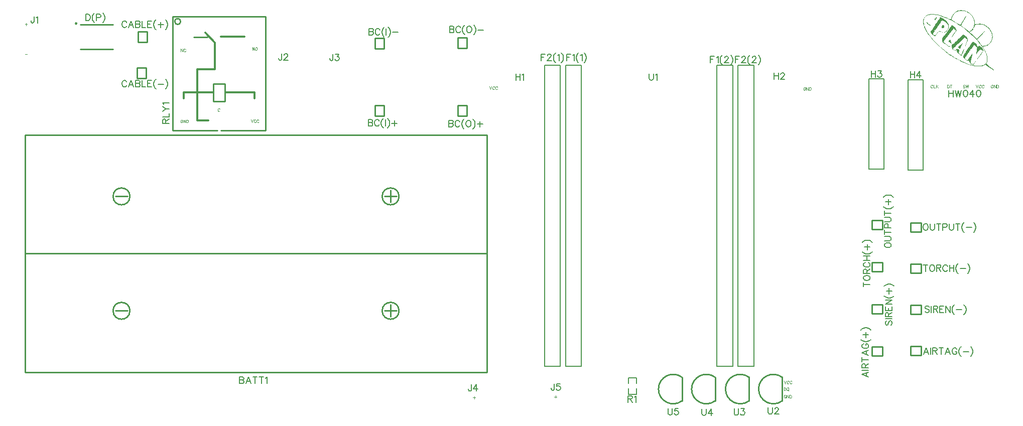
<source format=gto>
G04 Layer: TopSilkscreenLayer*
G04 EasyEDA v6.5.9, 2022-08-06 01:20:59*
G04 9b1ba566d4af4bc6ab690ab6380ac67e,c09117847ad249c1abd8b20aa127d3a4,10*
G04 Gerber Generator version 0.2*
G04 Scale: 100 percent, Rotated: No, Reflected: No *
G04 Dimensions in millimeters *
G04 leading zeros omitted , absolute positions ,4 integer and 5 decimal *
%FSLAX45Y45*%
%MOMM*%

%ADD10C,0.1000*%
%ADD11C,0.1524*%
%ADD12C,0.2540*%
%ADD13C,0.2032*%
%ADD14C,0.2030*%
%ADD15C,0.3000*%
%ADD16C,0.0105*%

%LPD*%
G36*
X16886986Y6963105D02*
G01*
X16874083Y6962546D01*
X16862552Y6961428D01*
X16857472Y6960616D01*
X16847312Y6958075D01*
X16836440Y6954520D01*
X16825874Y6950100D01*
X16815612Y6944868D01*
X16810583Y6941972D01*
X16800779Y6935520D01*
X16791127Y6928205D01*
X16781780Y6920077D01*
X16772636Y6911035D01*
X16768368Y6906361D01*
X16764203Y6901383D01*
X16756329Y6890613D01*
X16752620Y6884974D01*
X16745864Y6873290D01*
X16740124Y6861403D01*
X16737685Y6855561D01*
X16733723Y6844182D01*
X16732300Y6838746D01*
X16731234Y6833565D01*
X16730573Y6828688D01*
X16730014Y6819493D01*
X16729201Y6815328D01*
X16727932Y6812076D01*
X16726357Y6810248D01*
X16724477Y6810197D01*
X16720718Y6811111D01*
X16715232Y6812788D01*
X16700093Y6818375D01*
X16680942Y6826300D01*
X16649344Y6840016D01*
X16622268Y6851142D01*
X16596258Y6860997D01*
X16583609Y6865467D01*
X16559022Y6873443D01*
X16547033Y6877050D01*
X16529405Y6881825D01*
X16506545Y6887209D01*
X16495318Y6889496D01*
X16484193Y6891477D01*
X16462400Y6894626D01*
X16440912Y6896709D01*
X16425062Y6897573D01*
X16414496Y6897827D01*
X16401186Y6897776D01*
X16385997Y6897217D01*
X16372027Y6896049D01*
X16359124Y6894271D01*
X16347287Y6891832D01*
X16341699Y6890359D01*
X16331184Y6886905D01*
X16326256Y6884924D01*
X16316960Y6880402D01*
X16308273Y6875119D01*
X16300246Y6869074D01*
X16296386Y6865772D01*
X16288054Y6857644D01*
X16280688Y6849160D01*
X16277336Y6844741D01*
X16271443Y6835749D01*
X16268801Y6831075D01*
X16264331Y6821424D01*
X16260775Y6811365D01*
X16259352Y6806133D01*
X16257219Y6795363D01*
X16256457Y6789826D01*
X16255695Y6778294D01*
X16255718Y6771640D01*
X16266363Y6771640D01*
X16266668Y6785000D01*
X16267785Y6797395D01*
X16269716Y6808876D01*
X16270986Y6814261D01*
X16272510Y6819442D01*
X16274237Y6824421D01*
X16276218Y6829145D01*
X16278453Y6833717D01*
X16280892Y6838035D01*
X16283584Y6842201D01*
X16286530Y6846163D01*
X16293134Y6853529D01*
X16300856Y6860184D01*
X16305123Y6863283D01*
X16309644Y6866178D01*
X16319601Y6871563D01*
X16324986Y6874002D01*
X16336670Y6878472D01*
X16349573Y6882384D01*
X16363797Y6885838D01*
X16379240Y6888784D01*
X16390569Y6890512D01*
X16397630Y6890918D01*
X16406571Y6890816D01*
X16418204Y6890207D01*
X16433444Y6888937D01*
X16469207Y6885279D01*
X16478199Y6884060D01*
X16487495Y6882536D01*
X16507053Y6878523D01*
X16527830Y6873392D01*
X16549674Y6867144D01*
X16572433Y6859828D01*
X16595953Y6851548D01*
X16620185Y6842302D01*
X16644924Y6832193D01*
X16670019Y6821220D01*
X16695740Y6809333D01*
X16736009Y6809333D01*
X16736568Y6814261D01*
X16739107Y6827113D01*
X16740733Y6833616D01*
X16742714Y6840169D01*
X16745000Y6846773D01*
X16747591Y6853326D01*
X16753586Y6866331D01*
X16760494Y6878980D01*
X16768216Y6890918D01*
X16772331Y6896608D01*
X16776547Y6901992D01*
X16780916Y6907123D01*
X16785386Y6911949D01*
X16789908Y6916420D01*
X16794480Y6920484D01*
X16799153Y6924192D01*
X16803776Y6927443D01*
X16808450Y6930237D01*
X16821454Y6937044D01*
X16833443Y6942480D01*
X16839184Y6944766D01*
X16850563Y6948424D01*
X16862145Y6951065D01*
X16874388Y6952742D01*
X16887850Y6953554D01*
X16902938Y6953707D01*
X16920514Y6953250D01*
X16935958Y6952386D01*
X16942511Y6951776D01*
X16948454Y6950964D01*
X16954042Y6949948D01*
X16959326Y6948728D01*
X16964558Y6947204D01*
X16975277Y6943191D01*
X16987520Y6937705D01*
X16999000Y6931964D01*
X17010075Y6925767D01*
X17020692Y6919163D01*
X17030852Y6912152D01*
X17040504Y6904736D01*
X17049699Y6897014D01*
X17058335Y6888937D01*
X17066514Y6880504D01*
X17074083Y6871766D01*
X17081195Y6862775D01*
X17087697Y6853478D01*
X17093641Y6843928D01*
X17099026Y6834124D01*
X17103852Y6824167D01*
X17108017Y6813956D01*
X17111624Y6803542D01*
X17114570Y6792975D01*
X17116907Y6782308D01*
X17118584Y6771436D01*
X17119600Y6760514D01*
X17119955Y6749440D01*
X17119600Y6738315D01*
X17119092Y6731711D01*
X17118330Y6725208D01*
X17117314Y6718757D01*
X17114570Y6706108D01*
X17110913Y6693814D01*
X17106341Y6681927D01*
X17103750Y6676186D01*
X17097908Y6665061D01*
X17091202Y6654546D01*
X17087596Y6649466D01*
X17079722Y6639814D01*
X17071136Y6630873D01*
X17061789Y6622694D01*
X17056862Y6618833D01*
X17046549Y6611823D01*
X17030293Y6601815D01*
X16964253Y6653631D01*
X16940326Y6671868D01*
X16912336Y6692798D01*
X16904360Y6699605D01*
X16898975Y6705041D01*
X16897045Y6708394D01*
X16897908Y6710934D01*
X16904360Y6724040D01*
X16915942Y6745630D01*
X16931284Y6773164D01*
X16963796Y6830669D01*
X16975378Y6851751D01*
X16981881Y6864146D01*
X16982744Y6866280D01*
X16982592Y6868159D01*
X16982084Y6869328D01*
X16981220Y6869633D01*
X16980001Y6869175D01*
X16978426Y6867855D01*
X16974007Y6862622D01*
X16967809Y6853732D01*
X16959732Y6840931D01*
X16949674Y6824116D01*
X16937380Y6802983D01*
X16885615Y6712254D01*
X16855287Y6730898D01*
X16808094Y6759092D01*
X16768267Y6782562D01*
X16748302Y6794957D01*
X16744137Y6797954D01*
X16740936Y6800596D01*
X16738650Y6802932D01*
X16737177Y6805066D01*
X16736313Y6807200D01*
X16736009Y6809333D01*
X16695740Y6809333D01*
X16720921Y6797040D01*
X16752824Y6780530D01*
X16778173Y6766661D01*
X16796969Y6755892D01*
X16827804Y6737299D01*
X16859707Y6716826D01*
X16879265Y6703771D01*
X16904970Y6685991D01*
X16930116Y6667906D01*
X16954804Y6649466D01*
X16978934Y6630720D01*
X17002506Y6611772D01*
X17021514Y6595922D01*
X17044720Y6595922D01*
X17044822Y6597497D01*
X17045482Y6598869D01*
X17048175Y6601307D01*
X17055185Y6606082D01*
X17065040Y6613499D01*
X17074286Y6621322D01*
X17082871Y6629653D01*
X17090847Y6638442D01*
X17098162Y6647586D01*
X17104766Y6657136D01*
X17110659Y6667042D01*
X17115790Y6677253D01*
X17120209Y6687769D01*
X17124375Y6699351D01*
X17126559Y6704380D01*
X17128794Y6708444D01*
X17131385Y6711746D01*
X17134382Y6714388D01*
X17137989Y6716572D01*
X17142358Y6718503D01*
X17147743Y6720382D01*
X17154347Y6721957D01*
X17163186Y6723227D01*
X17173803Y6724192D01*
X17185741Y6724853D01*
X17198594Y6725107D01*
X17211852Y6725005D01*
X17237760Y6723837D01*
X17244466Y6723176D01*
X17250511Y6722313D01*
X17256201Y6721144D01*
X17261738Y6719671D01*
X17267275Y6717842D01*
X17273066Y6715556D01*
X17286376Y6709511D01*
X17299838Y6702806D01*
X17310608Y6696709D01*
X17320971Y6690156D01*
X17330928Y6683044D01*
X17340478Y6675475D01*
X17349571Y6667500D01*
X17358207Y6659067D01*
X17366386Y6650278D01*
X17374006Y6641185D01*
X17381118Y6631736D01*
X17387722Y6621983D01*
X17393716Y6612026D01*
X17399152Y6601815D01*
X17404029Y6591452D01*
X17408245Y6580886D01*
X17411852Y6570218D01*
X17414798Y6559397D01*
X17417084Y6548577D01*
X17418710Y6537655D01*
X17419574Y6526784D01*
X17419726Y6515912D01*
X17419167Y6505092D01*
X17418608Y6499707D01*
X17417592Y6493408D01*
X17416221Y6486855D01*
X17414443Y6480149D01*
X17412309Y6473342D01*
X17409871Y6466433D01*
X17404130Y6452666D01*
X17397425Y6439306D01*
X17389957Y6426809D01*
X17386046Y6421018D01*
X17382032Y6415582D01*
X17377918Y6410604D01*
X17373803Y6406134D01*
X17369637Y6402222D01*
X17365268Y6398514D01*
X17355616Y6391452D01*
X17344999Y6384899D01*
X17333671Y6378854D01*
X17321834Y6373520D01*
X17309795Y6368999D01*
X17297755Y6365392D01*
X17286020Y6362801D01*
X17256455Y6358839D01*
X17237405Y6385306D01*
X17224044Y6402679D01*
X17207839Y6422694D01*
X17190364Y6443370D01*
X17180560Y6455359D01*
X17173143Y6465011D01*
X17169028Y6471208D01*
X17168469Y6472631D01*
X17168774Y6473393D01*
X17171466Y6476796D01*
X17183658Y6490309D01*
X17203267Y6510832D01*
X17260417Y6568897D01*
X17280940Y6590944D01*
X17288662Y6599681D01*
X17294352Y6606590D01*
X17297755Y6611315D01*
X17298466Y6612737D01*
X17298517Y6613550D01*
X17297908Y6613652D01*
X17296587Y6613042D01*
X17292116Y6609892D01*
X17285360Y6604355D01*
X17266208Y6587185D01*
X17254372Y6576059D01*
X17227753Y6549999D01*
X17159681Y6482080D01*
X17071797Y6564884D01*
X17059402Y6576974D01*
X17051121Y6585712D01*
X17048327Y6589064D01*
X17046397Y6591808D01*
X17045228Y6594094D01*
X17044720Y6595922D01*
X17021514Y6595922D01*
X17042282Y6578041D01*
X17069562Y6553606D01*
X17085411Y6538874D01*
X17110964Y6514185D01*
X17135398Y6489395D01*
X17158665Y6464554D01*
X17180712Y6439763D01*
X17197425Y6419951D01*
X17217136Y6395364D01*
X17231969Y6375857D01*
X17252543Y6346850D01*
X17262043Y6332524D01*
X17276673Y6308953D01*
X17282109Y6299657D01*
X17289780Y6285788D01*
X17296892Y6272174D01*
X17305477Y6254242D01*
X17312995Y6236716D01*
X17319447Y6219545D01*
X17324781Y6202883D01*
X17328083Y6190640D01*
X17331436Y6174790D01*
X17333620Y6159449D01*
X17334484Y6148273D01*
X17334534Y6133947D01*
X17334128Y6126988D01*
X17333366Y6120180D01*
X17332350Y6113576D01*
X17330978Y6107074D01*
X17329251Y6100775D01*
X17327422Y6095492D01*
X17325086Y6090208D01*
X17322292Y6084976D01*
X17319040Y6079744D01*
X17315383Y6074664D01*
X17311370Y6069685D01*
X17307052Y6064859D01*
X17302378Y6060236D01*
X17297501Y6055868D01*
X17292320Y6051702D01*
X17286986Y6047841D01*
X17281499Y6044285D01*
X17275860Y6041085D01*
X17270120Y6038240D01*
X17264329Y6035852D01*
X17258487Y6033871D01*
X17248936Y6031534D01*
X17237913Y6029604D01*
X17225619Y6028182D01*
X17212360Y6027216D01*
X17198289Y6026658D01*
X17183608Y6026607D01*
X17168622Y6027013D01*
X17153534Y6027877D01*
X17138548Y6029147D01*
X17123867Y6030925D01*
X17109744Y6033109D01*
X17096384Y6035700D01*
X17070781Y6041948D01*
X17049902Y6047790D01*
X17028769Y6054344D01*
X17001998Y6063538D01*
X16980357Y6071666D01*
X16953077Y6082792D01*
X16931081Y6092393D01*
X16903446Y6105245D01*
X16881195Y6116218D01*
X16858945Y6127699D01*
X16842232Y6136690D01*
X16814393Y6152337D01*
X16792194Y6165443D01*
X16769994Y6178956D01*
X16753433Y6189421D01*
X16720566Y6211062D01*
X16698823Y6225997D01*
X16671899Y6245199D01*
X16645331Y6264960D01*
X16624401Y6281115D01*
X16593515Y6305956D01*
X16573347Y6322822D01*
X16553586Y6339992D01*
X16534180Y6357315D01*
X16515181Y6374892D01*
X16492067Y6397091D01*
X16474186Y6415024D01*
X16452494Y6437630D01*
X16435781Y6455816D01*
X16419626Y6474104D01*
X16400322Y6497066D01*
X16385590Y6515455D01*
X16371569Y6533845D01*
X16358209Y6552184D01*
X16345611Y6570522D01*
X16333774Y6588810D01*
X16322700Y6607048D01*
X16317468Y6616090D01*
X16305326Y6638645D01*
X16291610Y6666992D01*
X16285362Y6681165D01*
X16280130Y6694322D01*
X16275862Y6706616D01*
X16272510Y6718350D01*
X16269969Y6729831D01*
X16268141Y6741312D01*
X16267023Y6752996D01*
X16266413Y6765239D01*
X16266363Y6771640D01*
X16255718Y6771640D01*
X16256304Y6760057D01*
X16257828Y6747154D01*
X16258895Y6740499D01*
X16261638Y6727190D01*
X16263823Y6718198D01*
X16266312Y6709105D01*
X16269106Y6699910D01*
X16272205Y6690664D01*
X16275608Y6681317D01*
X16283279Y6662420D01*
X16292220Y6643116D01*
X16297097Y6633362D01*
X16307816Y6613601D01*
X16319703Y6593484D01*
X16332809Y6573012D01*
X16347135Y6552285D01*
X16362629Y6531152D01*
X16379342Y6509766D01*
X16397224Y6488023D01*
X16416324Y6465925D01*
X16436594Y6443573D01*
X16458031Y6420866D01*
X16486987Y6391605D01*
X16515638Y6364071D01*
X16534993Y6346139D01*
X16564457Y6319875D01*
X16594378Y6294475D01*
X16624757Y6269939D01*
X16645229Y6254089D01*
X16665854Y6238646D01*
X16686580Y6223609D01*
X16707510Y6208979D01*
X16728490Y6194755D01*
X16760240Y6174282D01*
X16781475Y6161176D01*
X16802862Y6148527D01*
X16829633Y6133388D01*
X16861891Y6116218D01*
X16878046Y6108039D01*
X16899585Y6097574D01*
X16926560Y6085179D01*
X16948150Y6075832D01*
X16981881Y6062218D01*
X17010532Y6051448D01*
X17037354Y6042304D01*
X17062551Y6034735D01*
X17074692Y6031484D01*
X17086529Y6028588D01*
X17098162Y6026048D01*
X17109643Y6023864D01*
X17120920Y6021984D01*
X17143222Y6019190D01*
X17154347Y6018276D01*
X17165421Y6017666D01*
X17176597Y6017310D01*
X17199254Y6017463D01*
X17214392Y6018072D01*
X17230191Y6019139D01*
X17236897Y6019800D01*
X17248530Y6021679D01*
X17253813Y6022898D01*
X17263821Y6026048D01*
X17274184Y6030417D01*
X17307509Y6046673D01*
X17368215Y6004356D01*
X17402962Y5980430D01*
X17427295Y5964072D01*
X17442738Y5954369D01*
X17447666Y5951677D01*
X17450968Y5950204D01*
X17452848Y5949899D01*
X17453305Y5950153D01*
X17453508Y5950610D01*
X17453457Y5951321D01*
X17452949Y5952337D01*
X17450003Y5955842D01*
X17444770Y5961176D01*
X17437506Y5968034D01*
X17417897Y5985357D01*
X17393462Y6005931D01*
X17321834Y6064148D01*
X17332045Y6084570D01*
X17334839Y6090564D01*
X17337074Y6096406D01*
X17338852Y6102451D01*
X17340122Y6109004D01*
X17341037Y6116269D01*
X17341596Y6124549D01*
X17341850Y6134201D01*
X17341697Y6150660D01*
X17341088Y6161074D01*
X17339970Y6171590D01*
X17338294Y6182258D01*
X17336160Y6193078D01*
X17333468Y6204051D01*
X17330216Y6215278D01*
X17326457Y6226657D01*
X17322088Y6238341D01*
X17317212Y6250279D01*
X17311725Y6262522D01*
X17305680Y6275070D01*
X17299025Y6287973D01*
X17291761Y6301232D01*
X17265040Y6347866D01*
X17301514Y6357162D01*
X17314926Y6361125D01*
X17326864Y6365392D01*
X17337684Y6370015D01*
X17347539Y6375298D01*
X17356836Y6381292D01*
X17365878Y6388252D01*
X17374920Y6396228D01*
X17383709Y6404965D01*
X17391583Y6413855D01*
X17398644Y6423152D01*
X17404994Y6432854D01*
X17410531Y6442862D01*
X17415357Y6453174D01*
X17419421Y6463792D01*
X17422774Y6474612D01*
X17425314Y6485686D01*
X17427143Y6496913D01*
X17427803Y6502552D01*
X17428464Y6513982D01*
X17428464Y6525514D01*
X17427651Y6537096D01*
X17426127Y6548729D01*
X17423841Y6560362D01*
X17420844Y6571945D01*
X17417084Y6583476D01*
X17412614Y6594906D01*
X17407382Y6606184D01*
X17401438Y6617309D01*
X17394732Y6628231D01*
X17387316Y6638950D01*
X17379137Y6649415D01*
X17370247Y6659524D01*
X17360900Y6669278D01*
X17351552Y6678218D01*
X17342205Y6686346D01*
X17332706Y6693814D01*
X17323003Y6700570D01*
X17312995Y6706768D01*
X17302632Y6712407D01*
X17291812Y6717538D01*
X17280432Y6722211D01*
X17268444Y6726529D01*
X17256506Y6730288D01*
X17245787Y6732879D01*
X17240554Y6733844D01*
X17229734Y6735013D01*
X17217593Y6735318D01*
X17203115Y6734962D01*
X17185792Y6733946D01*
X17168876Y6732574D01*
X17154398Y6731000D01*
X17144085Y6729425D01*
X17135195Y6727342D01*
X17131944Y6728968D01*
X17130623Y6734809D01*
X17130268Y6752132D01*
X17129455Y6763816D01*
X17127880Y6775500D01*
X17125594Y6787134D01*
X17122546Y6798665D01*
X17118787Y6810095D01*
X17114418Y6821322D01*
X17109338Y6832447D01*
X17103648Y6843318D01*
X17097400Y6853885D01*
X17090542Y6864248D01*
X17083176Y6874256D01*
X17075251Y6883908D01*
X17066818Y6893153D01*
X17057928Y6901992D01*
X17048632Y6910374D01*
X17038878Y6918299D01*
X17028718Y6925665D01*
X17018203Y6932472D01*
X17007332Y6938721D01*
X16996105Y6944309D01*
X16984624Y6949236D01*
X16978782Y6951472D01*
X16968622Y6954570D01*
X16956735Y6957212D01*
X16943578Y6959447D01*
X16929557Y6961174D01*
X16915180Y6962343D01*
X16900804Y6963003D01*
G37*
G36*
X16478199Y6844842D02*
G01*
X16475456Y6843725D01*
X16472052Y6841286D01*
X16467886Y6837527D01*
X16462908Y6832396D01*
X16457777Y6826503D01*
X16453662Y6821068D01*
X16450563Y6816090D01*
X16448430Y6811619D01*
X16447312Y6807657D01*
X16447262Y6804304D01*
X16448278Y6801612D01*
X16450411Y6799630D01*
X16453764Y6799427D01*
X16458387Y6801764D01*
X16463670Y6806031D01*
X16469207Y6811619D01*
X16474338Y6818020D01*
X16478656Y6824573D01*
X16481653Y6830771D01*
X16482720Y6836003D01*
X16482466Y6840220D01*
X16481653Y6843064D01*
X16480231Y6844639D01*
G37*
G36*
X16546271Y6844792D02*
G01*
X16537635Y6829653D01*
X16533215Y6822795D01*
X16527678Y6815328D01*
X16521684Y6808165D01*
X16510660Y6796735D01*
X16505885Y6790842D01*
X16502176Y6785305D01*
X16497960Y6776262D01*
X16496611Y6774027D01*
X16530523Y6774027D01*
X16530624Y6777634D01*
X16531285Y6778802D01*
X16532656Y6777634D01*
X16535095Y6774027D01*
X16536924Y6770725D01*
X16538397Y6766915D01*
X16539362Y6763105D01*
X16539718Y6759752D01*
X16539565Y6756196D01*
X16538956Y6754977D01*
X16537584Y6756196D01*
X16535095Y6759752D01*
X16533317Y6763105D01*
X16531844Y6766915D01*
X16530878Y6770725D01*
X16530523Y6774027D01*
X16496611Y6774027D01*
X16494556Y6770624D01*
X16490238Y6764680D01*
X16481145Y6753961D01*
X16478046Y6749338D01*
X16476472Y6745731D01*
X16476675Y6743598D01*
X16477335Y6742480D01*
X16477081Y6741566D01*
X16475913Y6740956D01*
X16473982Y6740702D01*
X16471849Y6740144D01*
X16470071Y6738620D01*
X16468902Y6736334D01*
X16468039Y6730796D01*
X16466972Y6728510D01*
X16465346Y6726986D01*
X16461689Y6726021D01*
X16460724Y6725005D01*
X16460657Y6724345D01*
X16506545Y6724345D01*
X16506901Y6726986D01*
X16507968Y6728714D01*
X16509441Y6729374D01*
X16511320Y6728815D01*
X16513149Y6727291D01*
X16514673Y6725412D01*
X16515689Y6723329D01*
X16516045Y6721398D01*
X16515689Y6719620D01*
X16514673Y6718198D01*
X16513149Y6717233D01*
X16511320Y6716877D01*
X16509441Y6717487D01*
X16507968Y6719062D01*
X16506901Y6721449D01*
X16506545Y6724345D01*
X16460657Y6724345D01*
X16460571Y6723481D01*
X16462044Y6719824D01*
X16461892Y6718300D01*
X16460927Y6717284D01*
X16457269Y6716369D01*
X16455644Y6714845D01*
X16454577Y6712661D01*
X16453662Y6707022D01*
X16452342Y6703974D01*
X16450360Y6701281D01*
X16445026Y6696608D01*
X16441724Y6692138D01*
X16438473Y6686499D01*
X16432479Y6673799D01*
X16428618Y6667246D01*
X16424401Y6661353D01*
X16416883Y6653377D01*
X16413988Y6649618D01*
X16412006Y6646113D01*
X16410533Y6640779D01*
X16408501Y6637578D01*
X16405504Y6634276D01*
X16398087Y6627977D01*
X16395039Y6624370D01*
X16393007Y6620814D01*
X16391737Y6615226D01*
X16390264Y6613702D01*
X16388029Y6613245D01*
X16382339Y6614566D01*
X16380053Y6614363D01*
X16378529Y6613448D01*
X16377970Y6611772D01*
X16378783Y6607403D01*
X16381018Y6601510D01*
X16384371Y6594551D01*
X16388537Y6587083D01*
X16393210Y6579616D01*
X16398087Y6572605D01*
X16402913Y6566611D01*
X16405474Y6564020D01*
X16420846Y6564020D01*
X16422217Y6569202D01*
X16425976Y6576872D01*
X16431564Y6586067D01*
X16445331Y6605422D01*
X16449751Y6612991D01*
X16451427Y6618173D01*
X16450310Y6620560D01*
X16448125Y6621678D01*
X16446296Y6623354D01*
X16445077Y6625336D01*
X16444620Y6627418D01*
X16445077Y6629095D01*
X16446398Y6629552D01*
X16448532Y6628790D01*
X16452697Y6625945D01*
X16454119Y6625590D01*
X16455745Y6625844D01*
X16457523Y6626707D01*
X16459606Y6628180D01*
X16464635Y6633362D01*
X16471138Y6641846D01*
X16479519Y6654088D01*
X16490086Y6670446D01*
X16510711Y6703822D01*
X16515283Y6710730D01*
X16519702Y6716420D01*
X16523411Y6720230D01*
X16526001Y6721652D01*
X16527678Y6722211D01*
X16529050Y6723735D01*
X16530015Y6726021D01*
X16530726Y6731558D01*
X16531742Y6733844D01*
X16533266Y6735368D01*
X16536974Y6736334D01*
X16538498Y6737451D01*
X16539514Y6739077D01*
X16539870Y6741058D01*
X16540988Y6744665D01*
X16544036Y6750710D01*
X16548557Y6758330D01*
X16554043Y6766763D01*
X16561968Y6777431D01*
X16565321Y6780987D01*
X16568470Y6783578D01*
X16571722Y6785254D01*
X16575227Y6786219D01*
X16579189Y6786625D01*
X16583812Y6786524D01*
X16587469Y6786067D01*
X16591788Y6785000D01*
X16596613Y6783374D01*
X16607180Y6778853D01*
X16618051Y6772960D01*
X16623233Y6769658D01*
X16635171Y6761124D01*
X16640657Y6756857D01*
X16650512Y6748272D01*
X16654983Y6744004D01*
X16662806Y6735419D01*
X16666210Y6731050D01*
X16669257Y6726732D01*
X16672001Y6722364D01*
X16674388Y6717944D01*
X16676420Y6713524D01*
X16678148Y6709105D01*
X16680535Y6700062D01*
X16681196Y6695490D01*
X16681551Y6690918D01*
X16681602Y6686245D01*
X16680637Y6676796D01*
X16679621Y6672021D01*
X16678300Y6667144D01*
X16676674Y6662216D01*
X16672356Y6652209D01*
X16666718Y6641947D01*
X16659758Y6631330D01*
X16651478Y6620459D01*
X16647972Y6616496D01*
X16644010Y6612585D01*
X16639641Y6608724D01*
X16634968Y6605066D01*
X16630091Y6601612D01*
X16625112Y6598462D01*
X16615206Y6593128D01*
X16610431Y6591147D01*
X16606012Y6589623D01*
X16601897Y6588658D01*
X16598239Y6588353D01*
X16595445Y6588658D01*
X16591483Y6589522D01*
X16580866Y6592722D01*
X16567861Y6597497D01*
X16540175Y6609080D01*
X16528745Y6612940D01*
X16524173Y6614109D01*
X16520515Y6614668D01*
X16517874Y6614668D01*
X16516400Y6614058D01*
X16505275Y6599529D01*
X16455745Y6531609D01*
X16438270Y6543497D01*
X16431513Y6548780D01*
X16425976Y6554419D01*
X16422217Y6559702D01*
X16420846Y6564020D01*
X16405474Y6564020D01*
X16407333Y6562140D01*
X16425214Y6547053D01*
X16439438Y6535826D01*
X16444976Y6531762D01*
X16449395Y6528816D01*
X16452646Y6527038D01*
X16454678Y6526428D01*
X16455542Y6526784D01*
X16458692Y6529527D01*
X16463518Y6534861D01*
X16469868Y6542531D01*
X16486428Y6563969D01*
X16506951Y6592011D01*
X16520922Y6611670D01*
X16559072Y6594602D01*
X16570655Y6590284D01*
X16581628Y6587236D01*
X16586860Y6586169D01*
X16591991Y6585458D01*
X16596969Y6585051D01*
X16601846Y6584950D01*
X16606570Y6585203D01*
X16611142Y6585762D01*
X16615663Y6586626D01*
X16620032Y6587845D01*
X16624300Y6589420D01*
X16628465Y6591300D01*
X16632529Y6593484D01*
X16636542Y6596075D01*
X16640403Y6598970D01*
X16644213Y6602222D01*
X16647972Y6605778D01*
X16655237Y6614007D01*
X16658793Y6618630D01*
X16665752Y6628993D01*
X16672458Y6640728D01*
X16680840Y6657441D01*
X16684751Y6665975D01*
X16687596Y6673138D01*
X16689476Y6679488D01*
X16690492Y6685381D01*
X16690797Y6691274D01*
X16690492Y6697675D01*
X16689679Y6704990D01*
X16688917Y6709918D01*
X16686530Y6719722D01*
X16683024Y6729475D01*
X16680891Y6734352D01*
X16675811Y6744055D01*
X16669715Y6753656D01*
X16662603Y6763105D01*
X16658691Y6767830D01*
X16650157Y6777075D01*
X16640657Y6786118D01*
X16630294Y6794957D01*
X16619016Y6803542D01*
X16606824Y6811873D01*
X16593870Y6819900D01*
X16580053Y6827621D01*
G37*
G36*
X16315283Y6768693D02*
G01*
X16314369Y6768236D01*
X16314216Y6766712D01*
X16314826Y6764121D01*
X16316248Y6760413D01*
X16318534Y6755638D01*
X16321684Y6749745D01*
X16326916Y6741464D01*
X16332962Y6733489D01*
X16339108Y6726681D01*
X16344595Y6721957D01*
X16351910Y6717436D01*
X16360140Y6713067D01*
X16368826Y6709105D01*
X16377412Y6705752D01*
X16385235Y6703161D01*
X16391890Y6701586D01*
X16396716Y6701180D01*
X16399154Y6702196D01*
X16398036Y6704634D01*
X16393058Y6708292D01*
X16385082Y6712661D01*
X16367760Y6720230D01*
X16361460Y6723380D01*
X16355822Y6726681D01*
X16350742Y6730238D01*
X16346068Y6734098D01*
X16341750Y6738416D01*
X16337584Y6743242D01*
X16329151Y6754672D01*
X16325240Y6759600D01*
X16321836Y6763512D01*
X16319042Y6766306D01*
X16316807Y6768033D01*
G37*
G36*
X16587469Y6716775D02*
G01*
X16583710Y6716420D01*
X16580713Y6714794D01*
X16578732Y6711899D01*
X16577970Y6707784D01*
X16577665Y6704075D01*
X16576801Y6700875D01*
X16575532Y6698386D01*
X16572179Y6695490D01*
X16570248Y6692442D01*
X16568470Y6688328D01*
X16566997Y6683552D01*
X16566083Y6677406D01*
X16567150Y6672834D01*
X16570553Y6669176D01*
X16576700Y6665722D01*
X16581424Y6663893D01*
X16585996Y6662978D01*
X16590263Y6662826D01*
X16594277Y6663436D01*
X16597934Y6664756D01*
X16601236Y6666687D01*
X16604081Y6669176D01*
X16606469Y6672173D01*
X16608399Y6675577D01*
X16609720Y6679387D01*
X16610482Y6683451D01*
X16610584Y6687820D01*
X16610025Y6692341D01*
X16608755Y6696964D01*
X16606723Y6701637D01*
X16603878Y6706311D01*
X16600119Y6710680D01*
X16595953Y6713931D01*
X16591635Y6715963D01*
G37*
G36*
X16741749Y6712153D02*
G01*
X16739209Y6711391D01*
X16736669Y6709460D01*
X16734434Y6706514D01*
X16732046Y6701129D01*
X16728643Y6694982D01*
X16723106Y6686194D01*
X16707662Y6663486D01*
X16686344Y6634175D01*
X16735094Y6634175D01*
X16736060Y6638696D01*
X16738346Y6642201D01*
X16741190Y6643878D01*
X16743934Y6643014D01*
X16744442Y6641592D01*
X16743984Y6639610D01*
X16742765Y6637274D01*
X16740733Y6634937D01*
X16738447Y6632956D01*
X16736669Y6632143D01*
X16735501Y6632549D01*
X16735094Y6634175D01*
X16686344Y6634175D01*
X16670877Y6614109D01*
X16687850Y6614109D01*
X16687952Y6617411D01*
X16688460Y6619697D01*
X16689273Y6620764D01*
X16690390Y6620357D01*
X16691305Y6618782D01*
X16691660Y6616496D01*
X16691508Y6613906D01*
X16690746Y6611264D01*
X16689679Y6609283D01*
X16688816Y6609181D01*
X16688206Y6610807D01*
X16687850Y6614109D01*
X16670877Y6614109D01*
X16651274Y6587642D01*
X16641114Y6574942D01*
X16637965Y6571538D01*
X16631361Y6563766D01*
X16626078Y6554571D01*
X16623131Y6546088D01*
X16623385Y6540398D01*
X16624198Y6538620D01*
X16624300Y6537299D01*
X16623690Y6536486D01*
X16622369Y6536385D01*
X16613835Y6537045D01*
X16607332Y6535928D01*
X16603573Y6533286D01*
X16603116Y6525717D01*
X16600932Y6520383D01*
X16597071Y6514134D01*
X16588435Y6503771D01*
X16585802Y6500215D01*
X16602710Y6500215D01*
X16602811Y6505295D01*
X16603268Y6508597D01*
X16603980Y6509816D01*
X16604337Y6509359D01*
X16630751Y6509359D01*
X16630802Y6512661D01*
X16631310Y6514947D01*
X16632123Y6516014D01*
X16633240Y6515607D01*
X16634155Y6513982D01*
X16634446Y6512153D01*
X16644619Y6512153D01*
X16644823Y6513982D01*
X16645280Y6515506D01*
X16645940Y6516522D01*
X16646753Y6516878D01*
X16647769Y6516522D01*
X16649090Y6515506D01*
X16651782Y6512153D01*
X16652544Y6510274D01*
X16652392Y6508750D01*
X16651427Y6507734D01*
X16649700Y6507378D01*
X16647718Y6507734D01*
X16646144Y6508750D01*
X16645026Y6510274D01*
X16644619Y6512153D01*
X16634446Y6512153D01*
X16634358Y6509156D01*
X16633596Y6506464D01*
X16632529Y6504533D01*
X16631666Y6504431D01*
X16631056Y6506057D01*
X16630751Y6509359D01*
X16604337Y6509359D01*
X16604894Y6508648D01*
X16605656Y6505702D01*
X16605961Y6502044D01*
X16605757Y6498082D01*
X16605097Y6494373D01*
X16604234Y6492240D01*
X16603472Y6492595D01*
X16602963Y6495338D01*
X16602710Y6500215D01*
X16585802Y6500215D01*
X16583151Y6495948D01*
X16581221Y6491884D01*
X16579799Y6487515D01*
X16579382Y6485534D01*
X16587876Y6485534D01*
X16587978Y6488887D01*
X16588435Y6491173D01*
X16589298Y6492189D01*
X16590365Y6491782D01*
X16591280Y6490208D01*
X16591686Y6487922D01*
X16591483Y6485331D01*
X16590772Y6482689D01*
X16589705Y6480759D01*
X16588841Y6480606D01*
X16588181Y6482232D01*
X16587876Y6485534D01*
X16579382Y6485534D01*
X16578783Y6482689D01*
X16578224Y6477406D01*
X16578072Y6471412D01*
X16578275Y6464655D01*
X16578834Y6457035D01*
X16581069Y6438595D01*
X16582898Y6428740D01*
X16584722Y6423152D01*
X16599255Y6423152D01*
X16599916Y6425641D01*
X16601287Y6428994D01*
X16606012Y6437731D01*
X16612920Y6448247D01*
X16727830Y6603898D01*
X16746524Y6628485D01*
X16760545Y6646214D01*
X16765168Y6651701D01*
X16767962Y6654596D01*
X16768572Y6655003D01*
X16771315Y6653834D01*
X16776344Y6650634D01*
X16782948Y6645909D01*
X16790416Y6640169D01*
X16797477Y6634022D01*
X16803065Y6628333D01*
X16806621Y6623608D01*
X16807586Y6620611D01*
X16804894Y6615582D01*
X16789654Y6591553D01*
X16755567Y6540398D01*
X16726458Y6495846D01*
X16709237Y6470802D01*
X16698417Y6455664D01*
X16688917Y6441389D01*
X16687495Y6438646D01*
X16689882Y6434429D01*
X16695470Y6428790D01*
X16701820Y6423812D01*
X16706545Y6421678D01*
X16708272Y6422136D01*
X16709999Y6423406D01*
X16711523Y6425285D01*
X16713352Y6429298D01*
X16713758Y6429451D01*
X16713555Y6425539D01*
X16713962Y6421628D01*
X16715994Y6416802D01*
X16719296Y6411772D01*
X16723563Y6407048D01*
X16734739Y6396532D01*
X16719854Y6375755D01*
X16713707Y6367678D01*
X16708069Y6361074D01*
X16703497Y6356654D01*
X16700652Y6354978D01*
X16697401Y6355486D01*
X16693337Y6356908D01*
X16688460Y6359245D01*
X16682821Y6362496D01*
X16676573Y6366560D01*
X16669664Y6371488D01*
X16644670Y6391097D01*
X16634561Y6398361D01*
X16625163Y6404660D01*
X16611447Y6412433D01*
X16605961Y6415938D01*
X16601795Y6419138D01*
X16599407Y6421628D01*
X16599255Y6423152D01*
X16584722Y6423152D01*
X16585336Y6421272D01*
X16588282Y6416192D01*
X16591788Y6413703D01*
X16599865Y6410706D01*
X16608856Y6406438D01*
X16618457Y6401054D01*
X16628516Y6394602D01*
X16638930Y6387185D01*
X16658945Y6371488D01*
X16669054Y6363970D01*
X16678554Y6357366D01*
X16686225Y6352489D01*
X16693438Y6348222D01*
X16696232Y6346901D01*
X16698671Y6346240D01*
X16700957Y6346393D01*
X16703294Y6347460D01*
X16705834Y6349542D01*
X16708780Y6352794D01*
X16712336Y6357264D01*
X16740479Y6396837D01*
X16715638Y6468821D01*
X16768572Y6548526D01*
X16788333Y6577787D01*
X16802963Y6598818D01*
X16812615Y6611924D01*
X16815663Y6615633D01*
X16817594Y6617512D01*
X16818864Y6620052D01*
X16818813Y6624726D01*
X16817695Y6630974D01*
X16815612Y6638442D01*
X16812717Y6646519D01*
X16809161Y6654800D01*
X16805148Y6662775D01*
X16800779Y6670040D01*
X16797883Y6673697D01*
X16793921Y6677863D01*
X16789095Y6682333D01*
X16783608Y6687007D01*
X16771518Y6696151D01*
X16765371Y6700418D01*
X16759428Y6704228D01*
X16753890Y6707479D01*
X16748912Y6709968D01*
X16744848Y6711543D01*
G37*
G36*
X16931132Y6554012D02*
G01*
X16928134Y6553403D01*
X16925493Y6551625D01*
X16919295Y6545224D01*
X16909948Y6536029D01*
X16884500Y6512407D01*
X16963694Y6512407D01*
X16964253Y6516014D01*
X16965777Y6516624D01*
X16967911Y6514388D01*
X16970248Y6509512D01*
X16971060Y6506768D01*
X16970959Y6505041D01*
X16970044Y6504431D01*
X16968419Y6505041D01*
X16966590Y6506514D01*
X16965066Y6508394D01*
X16964050Y6510426D01*
X16963694Y6512407D01*
X16884500Y6512407D01*
X16862536Y6493103D01*
X16912386Y6493103D01*
X16912590Y6498894D01*
X16913047Y6502400D01*
X16913758Y6503365D01*
X16914571Y6501434D01*
X16915282Y6497523D01*
X16915485Y6493103D01*
X16915282Y6488633D01*
X16914571Y6484772D01*
X16913758Y6482842D01*
X16913047Y6483756D01*
X16912590Y6487261D01*
X16912386Y6493103D01*
X16862536Y6493103D01*
X16855694Y6487312D01*
X16847870Y6481114D01*
X16845381Y6479387D01*
X16842435Y6478270D01*
X16841114Y6476847D01*
X16840200Y6474764D01*
X16839895Y6472174D01*
X16839228Y6469278D01*
X16893032Y6469278D01*
X16893184Y6473444D01*
X16893692Y6475933D01*
X16894454Y6476593D01*
X16895419Y6475222D01*
X16896181Y6472428D01*
X16896384Y6469278D01*
X16896181Y6466128D01*
X16895419Y6463334D01*
X16894454Y6461963D01*
X16893692Y6462623D01*
X16893184Y6465112D01*
X16893032Y6469278D01*
X16839228Y6469278D01*
X16837761Y6466687D01*
X16835424Y6464350D01*
X16829481Y6460744D01*
X16827754Y6457696D01*
X16827704Y6456832D01*
X16836745Y6456832D01*
X16836898Y6458356D01*
X16837863Y6459372D01*
X16839590Y6459728D01*
X16841571Y6459372D01*
X16843146Y6458356D01*
X16844264Y6456832D01*
X16844619Y6455003D01*
X16844467Y6453124D01*
X16844010Y6451650D01*
X16843349Y6450584D01*
X16842536Y6450228D01*
X16841470Y6450584D01*
X16838828Y6453124D01*
X16837507Y6455003D01*
X16836745Y6456832D01*
X16827704Y6456832D01*
X16827500Y6453225D01*
X16829684Y6441643D01*
X16829735Y6438290D01*
X16828566Y6437122D01*
X16826230Y6437934D01*
X16824299Y6439662D01*
X16823182Y6441795D01*
X16822978Y6444081D01*
X16824756Y6448806D01*
X16823639Y6449364D01*
X16820743Y6448145D01*
X16816374Y6445402D01*
X16810888Y6441338D01*
X16804640Y6436207D01*
X16799263Y6431483D01*
X16811294Y6431483D01*
X16811701Y6433210D01*
X16812717Y6434632D01*
X16814241Y6435598D01*
X16816070Y6435953D01*
X16817898Y6435344D01*
X16819422Y6433769D01*
X16819638Y6433261D01*
X16863669Y6433261D01*
X16864177Y6438188D01*
X16865650Y6440373D01*
X16867835Y6439763D01*
X16870629Y6436258D01*
X16871289Y6434328D01*
X16871137Y6432245D01*
X16870172Y6430365D01*
X16868546Y6428841D01*
X16866666Y6428282D01*
X16865092Y6428892D01*
X16864076Y6430619D01*
X16863669Y6433261D01*
X16819638Y6433261D01*
X16820438Y6431381D01*
X16820845Y6428536D01*
X16820438Y6425895D01*
X16819422Y6424117D01*
X16817898Y6423456D01*
X16816070Y6424015D01*
X16814241Y6425539D01*
X16812717Y6427419D01*
X16811701Y6429502D01*
X16811294Y6431483D01*
X16799263Y6431483D01*
X16790392Y6422948D01*
X16797578Y6422948D01*
X16798645Y6425641D01*
X16801795Y6426403D01*
X16803624Y6425387D01*
X16805046Y6422593D01*
X16805960Y6418427D01*
X16806156Y6414516D01*
X16840809Y6414516D01*
X16840911Y6419596D01*
X16841368Y6422898D01*
X16842079Y6424066D01*
X16842994Y6422948D01*
X16843756Y6420002D01*
X16844010Y6416344D01*
X16843857Y6412382D01*
X16843197Y6408674D01*
X16842333Y6406489D01*
X16841571Y6406896D01*
X16841063Y6409639D01*
X16840809Y6414516D01*
X16806156Y6414516D01*
X16805910Y6406692D01*
X16805249Y6404000D01*
X16803979Y6405118D01*
X16801795Y6409740D01*
X16798645Y6417868D01*
X16797578Y6422948D01*
X16790392Y6422948D01*
X16784574Y6416548D01*
X16779544Y6409842D01*
X16776754Y6404610D01*
X16787876Y6404610D01*
X16787977Y6407912D01*
X16788434Y6410198D01*
X16789298Y6411264D01*
X16790365Y6410858D01*
X16791279Y6409232D01*
X16791686Y6406997D01*
X16791482Y6404356D01*
X16790771Y6401714D01*
X16789704Y6399784D01*
X16788841Y6399631D01*
X16788180Y6401257D01*
X16787876Y6404610D01*
X16776700Y6404508D01*
X16776446Y6401206D01*
X16777207Y6399580D01*
X16777106Y6398717D01*
X16776192Y6398615D01*
X16774464Y6399428D01*
X16772077Y6400038D01*
X16769181Y6399479D01*
X16766235Y6397802D01*
X16760647Y6392519D01*
X16757548Y6390690D01*
X16754449Y6389776D01*
X16749268Y6390386D01*
X16746880Y6389420D01*
X16744797Y6387338D01*
X16743765Y6385560D01*
X16768826Y6385560D01*
X16768927Y6388862D01*
X16769384Y6391148D01*
X16770248Y6392214D01*
X16771315Y6391808D01*
X16772229Y6390182D01*
X16772571Y6388303D01*
X16816832Y6388303D01*
X16817035Y6392468D01*
X16817543Y6395008D01*
X16818305Y6395669D01*
X16819219Y6394297D01*
X16819981Y6391503D01*
X16820235Y6388303D01*
X16819981Y6385153D01*
X16819219Y6382359D01*
X16818305Y6380988D01*
X16817543Y6381648D01*
X16817035Y6384188D01*
X16816832Y6388303D01*
X16772571Y6388303D01*
X16772432Y6385306D01*
X16771721Y6382664D01*
X16770654Y6380734D01*
X16769791Y6380581D01*
X16769181Y6382207D01*
X16768826Y6385560D01*
X16743765Y6385560D01*
X16742968Y6384188D01*
X16741444Y6380124D01*
X16740276Y6375349D01*
X16739412Y6369862D01*
X16738955Y6363919D01*
X16738854Y6357569D01*
X16739260Y6350965D01*
X16740073Y6344259D01*
X16741343Y6337503D01*
X16743172Y6330289D01*
X16745102Y6324193D01*
X16747388Y6318910D01*
X16748680Y6316726D01*
X16758919Y6316726D01*
X16760088Y6319215D01*
X16763288Y6322974D01*
X16768063Y6327394D01*
X16775328Y6333185D01*
X16785844Y6342583D01*
X16802608Y6358432D01*
X16824045Y6379159D01*
X16848480Y6403238D01*
X16874388Y6429146D01*
X16899178Y6453530D01*
X16921124Y6474358D01*
X16938650Y6490309D01*
X16945305Y6496050D01*
X16950385Y6500012D01*
X16953585Y6502095D01*
X16954449Y6502400D01*
X16958106Y6501790D01*
X16962526Y6499961D01*
X16967149Y6497167D01*
X16975988Y6489852D01*
X16981322Y6485788D01*
X16986758Y6482029D01*
X16995394Y6476796D01*
X16996867Y6475476D01*
X16998086Y6473952D01*
X16998950Y6472174D01*
X16999508Y6470040D01*
X16999712Y6467449D01*
X16999559Y6464350D01*
X16999051Y6460693D01*
X16998137Y6456375D01*
X16994987Y6445453D01*
X16990060Y6431026D01*
X16983202Y6412433D01*
X16962983Y6360515D01*
X16945610Y6316573D01*
X16928134Y6273241D01*
X16917263Y6247180D01*
X16908932Y6228080D01*
X16902836Y6215481D01*
X16900601Y6211417D01*
X16898823Y6208826D01*
X16897502Y6207506D01*
X16896994Y6207353D01*
X16894048Y6208776D01*
X16888663Y6212636D01*
X16881602Y6218275D01*
X16873575Y6225235D01*
X16853712Y6243066D01*
X16864380Y6274054D01*
X16866209Y6279946D01*
X16867225Y6284417D01*
X16867378Y6287820D01*
X16866565Y6290513D01*
X16864838Y6292951D01*
X16862145Y6295390D01*
X16849039Y6305245D01*
X16841470Y6310325D01*
X16835272Y6313525D01*
X16830040Y6314897D01*
X16825264Y6314592D01*
X16820591Y6312509D01*
X16815612Y6308801D01*
X16803370Y6297574D01*
X16797426Y6292748D01*
X16792600Y6289497D01*
X16789603Y6288328D01*
X16786606Y6289344D01*
X16782288Y6291986D01*
X16777309Y6295847D01*
X16772026Y6300470D01*
X16767048Y6305346D01*
X16762882Y6309969D01*
X16759986Y6313932D01*
X16758919Y6316726D01*
X16748680Y6316726D01*
X16750182Y6314186D01*
X16753636Y6309715D01*
X16758005Y6305296D01*
X16763390Y6300571D01*
X16793108Y6277711D01*
X16812463Y6296101D01*
X16820692Y6303568D01*
X16826026Y6307531D01*
X16828516Y6308039D01*
X16828109Y6304991D01*
X16825468Y6297574D01*
X16823690Y6291376D01*
X16822826Y6286042D01*
X16822978Y6281115D01*
X16824198Y6276238D01*
X16826484Y6271056D01*
X16829887Y6265164D01*
X16834561Y6258204D01*
X16840809Y6250228D01*
X16849344Y6240830D01*
X16859250Y6230823D01*
X16869816Y6220968D01*
X16880078Y6211976D01*
X16889323Y6204610D01*
X16896638Y6199682D01*
X16899331Y6198311D01*
X16901210Y6197854D01*
X16901871Y6198108D01*
X16903750Y6200444D01*
X16906494Y6205474D01*
X16910253Y6213602D01*
X16921734Y6240983D01*
X16956481Y6328460D01*
X16967149Y6354470D01*
X16973804Y6370015D01*
X17002963Y6442100D01*
X17007840Y6453581D01*
X17010684Y6459728D01*
X17011497Y6464452D01*
X17010532Y6471615D01*
X17007890Y6480759D01*
X17003623Y6491528D01*
X17000372Y6498437D01*
X16997019Y6504533D01*
X16993311Y6510070D01*
X16989196Y6515150D01*
X16984370Y6520078D01*
X16978731Y6524955D01*
X16972076Y6530085D01*
X16953839Y6542582D01*
X16945762Y6547764D01*
X16939514Y6551320D01*
X16934789Y6553352D01*
G37*
G36*
X17101972Y6430314D02*
G01*
X17097349Y6430162D01*
X17092980Y6428587D01*
X17088510Y6425692D01*
X17083633Y6421475D01*
X17079569Y6417310D01*
X17076267Y6413195D01*
X17074032Y6409537D01*
X17072914Y6405219D01*
X17072051Y6404203D01*
X17070781Y6403949D01*
X17067682Y6405016D01*
X17066412Y6404559D01*
X17065548Y6403238D01*
X17064532Y6398107D01*
X17062653Y6393586D01*
X17059757Y6387947D01*
X17051680Y6374434D01*
X17041825Y6359855D01*
X17031817Y6346545D01*
X17027245Y6341059D01*
X17023181Y6336741D01*
X17019828Y6333845D01*
X17015968Y6330950D01*
X17013377Y6328613D01*
X17012259Y6326987D01*
X17012869Y6326428D01*
X17013326Y6325158D01*
X17011904Y6321755D01*
X17008856Y6316675D01*
X16999712Y6304076D01*
X16995851Y6298387D01*
X16993209Y6294018D01*
X16991634Y6290056D01*
X16986961Y6282131D01*
X16971331Y6258102D01*
X16979900Y6258102D01*
X16980560Y6260084D01*
X16983354Y6263589D01*
X16985538Y6264198D01*
X16987012Y6262014D01*
X16987520Y6257086D01*
X16987113Y6254445D01*
X16986097Y6252718D01*
X16984522Y6252108D01*
X16982643Y6252667D01*
X16981017Y6254191D01*
X16980052Y6256070D01*
X16979900Y6258102D01*
X16971331Y6258102D01*
X16953128Y6230924D01*
X16945711Y6219139D01*
X16939463Y6208471D01*
X16934586Y6199479D01*
X16931487Y6192621D01*
X16930624Y6190234D01*
X16930370Y6188506D01*
X16931030Y6182461D01*
X16932859Y6175603D01*
X16935653Y6168390D01*
X16939107Y6161278D01*
X16943019Y6154724D01*
X16945897Y6150864D01*
X16958919Y6150864D01*
X16959326Y6152489D01*
X16960443Y6154318D01*
X16962069Y6156096D01*
X16964050Y6157620D01*
X16965879Y6159855D01*
X16966895Y6163513D01*
X16967047Y6168186D01*
X16966336Y6173368D01*
X16965422Y6178143D01*
X16965320Y6180886D01*
X16965980Y6181496D01*
X16969587Y6177838D01*
X16972076Y6177432D01*
X16974972Y6178753D01*
X16978325Y6181801D01*
X16982135Y6186627D01*
X16986453Y6193231D01*
X16991279Y6201664D01*
X17001591Y6220866D01*
X17006925Y6229299D01*
X17012107Y6236309D01*
X17016425Y6241034D01*
X17019727Y6244234D01*
X17022064Y6247231D01*
X17023232Y6249670D01*
X17022622Y6252616D01*
X17023435Y6254699D01*
X17025213Y6257137D01*
X17030700Y6262522D01*
X17032986Y6265875D01*
X17034560Y6269329D01*
X17035678Y6275222D01*
X17037202Y6277914D01*
X17039488Y6280251D01*
X17045025Y6283452D01*
X17047311Y6285788D01*
X17048835Y6288582D01*
X17049394Y6291427D01*
X17051020Y6295745D01*
X17055338Y6302451D01*
X17061789Y6310579D01*
X17083328Y6334302D01*
X17092625Y6345174D01*
X17100651Y6355232D01*
X17114316Y6373164D01*
X17117872Y6377279D01*
X17119701Y6378803D01*
X17122241Y6377228D01*
X17127931Y6372961D01*
X17145152Y6358890D01*
X17155464Y6349542D01*
X17162322Y6341973D01*
X17165726Y6335979D01*
X17165828Y6331508D01*
X17164507Y6326733D01*
X17163084Y6319215D01*
X17161713Y6310071D01*
X17158512Y6282537D01*
X17152620Y6242151D01*
X17152010Y6234684D01*
X17151908Y6228384D01*
X17152264Y6223609D01*
X17153077Y6220663D01*
X17154245Y6219799D01*
X17155820Y6221272D01*
X17158919Y6228080D01*
X17164202Y6236563D01*
X17172228Y6248095D01*
X17181982Y6261252D01*
X17192294Y6274663D01*
X17202099Y6286855D01*
X17210278Y6296406D01*
X17213376Y6299708D01*
X17215713Y6301841D01*
X17217034Y6302603D01*
X17219879Y6301841D01*
X17232071Y6296761D01*
X17247565Y6289446D01*
X17259909Y6282944D01*
X17262957Y6280962D01*
X17262906Y6280302D01*
X17261179Y6276644D01*
X17251883Y6261455D01*
X17236846Y6238646D01*
X17218406Y6211620D01*
X17198949Y6183782D01*
X17180763Y6158585D01*
X17166234Y6139434D01*
X17153382Y6123533D01*
X17138192Y6104077D01*
X17124019Y6085281D01*
X17098721Y6050737D01*
X17096282Y6050838D01*
X17091406Y6053226D01*
X17084954Y6057239D01*
X17077842Y6062319D01*
X17070832Y6067806D01*
X17064786Y6073038D01*
X17060519Y6077407D01*
X17058944Y6080353D01*
X17059452Y6084570D01*
X17063110Y6102604D01*
X17070832Y6136792D01*
X17078045Y6171590D01*
X17084141Y6203492D01*
X17086224Y6215583D01*
X17087494Y6225692D01*
X17087342Y6227978D01*
X17086935Y6229604D01*
X17086224Y6230569D01*
X17085208Y6230924D01*
X17083887Y6230518D01*
X17082160Y6229451D01*
X17080077Y6227673D01*
X17074794Y6221780D01*
X17067733Y6212738D01*
X17058894Y6200343D01*
X17018863Y6140805D01*
X17003674Y6117793D01*
X17001337Y6118352D01*
X16996054Y6121349D01*
X16988840Y6126175D01*
X16980763Y6131966D01*
X16972686Y6138113D01*
X16965726Y6143802D01*
X16960799Y6148273D01*
X16958919Y6150864D01*
X16945897Y6150864D01*
X16947184Y6149136D01*
X16951299Y6145022D01*
X16955109Y6142786D01*
X16960291Y6140348D01*
X16967809Y6135878D01*
X16976750Y6129883D01*
X16998188Y6114186D01*
X17005604Y6110122D01*
X17010278Y6110376D01*
X17015917Y6116421D01*
X17017644Y6117640D01*
X17019473Y6117742D01*
X17021556Y6116574D01*
X17023994Y6113983D01*
X17026991Y6109868D01*
X17038218Y6092088D01*
X17041571Y6087414D01*
X17045330Y6082690D01*
X17053864Y6073241D01*
X17063161Y6064097D01*
X17072660Y6055817D01*
X17081804Y6048908D01*
X17090085Y6043828D01*
X17093692Y6042152D01*
X17096841Y6041136D01*
X17099483Y6040780D01*
X17102531Y6042710D01*
X17107408Y6047892D01*
X17113402Y6055563D01*
X17128540Y6077508D01*
X17145000Y6100013D01*
X17177105Y6141770D01*
X17190821Y6160262D01*
X17205706Y6180785D01*
X17220539Y6201816D01*
X17234154Y6221679D01*
X17273574Y6280861D01*
X17261281Y6313373D01*
X17258690Y6319012D01*
X17255947Y6324193D01*
X17253102Y6328816D01*
X17250156Y6332880D01*
X17247108Y6336385D01*
X17244060Y6339281D01*
X17240910Y6341516D01*
X17227346Y6350101D01*
X17197781Y6369710D01*
X17184014Y6355181D01*
X17180560Y6352235D01*
X17177969Y6350609D01*
X17176648Y6350558D01*
X17172432Y6359093D01*
X17161205Y6383121D01*
X17157954Y6388862D01*
X17154448Y6394094D01*
X17150638Y6398920D01*
X17146371Y6403441D01*
X17141596Y6407708D01*
X17136262Y6411874D01*
X17130217Y6416040D01*
X17121022Y6421932D01*
X17113453Y6426200D01*
X17107255Y6428994D01*
G37*
G36*
X16919956Y6413449D02*
G01*
X16916603Y6412382D01*
X16912640Y6409131D01*
X16905579Y6400647D01*
X16898467Y6393383D01*
X16889272Y6385356D01*
X16879163Y6377432D01*
X16867174Y6368897D01*
X16861282Y6364325D01*
X16856405Y6360007D01*
X16852595Y6355943D01*
X16849852Y6352133D01*
X16848074Y6348476D01*
X16847261Y6344920D01*
X16847464Y6341465D01*
X16848632Y6338062D01*
X16850766Y6334658D01*
X16853814Y6331204D01*
X16857776Y6327648D01*
X16863212Y6323482D01*
X16868394Y6320078D01*
X16872712Y6317792D01*
X16875607Y6316929D01*
X16876877Y6317691D01*
X16878706Y6319824D01*
X16881043Y6323228D01*
X16886732Y6333236D01*
X16893286Y6346393D01*
X16900042Y6361379D01*
X16906951Y6375857D01*
X16913301Y6388100D01*
X16918330Y6396685D01*
X16922902Y6403086D01*
X16924274Y6406642D01*
X16924172Y6409690D01*
X16922597Y6412280D01*
G37*
D10*
X14270736Y5652515D02*
G01*
X14268450Y5657087D01*
X14263877Y5661660D01*
X14259306Y5663945D01*
X14250416Y5663945D01*
X14245843Y5661660D01*
X14241272Y5657087D01*
X14238986Y5652515D01*
X14236700Y5645657D01*
X14236700Y5634228D01*
X14238986Y5627370D01*
X14241272Y5623052D01*
X14245843Y5618479D01*
X14250416Y5616194D01*
X14259306Y5616194D01*
X14263877Y5618479D01*
X14268450Y5623052D01*
X14270736Y5627370D01*
X14270736Y5634228D01*
X14259306Y5634228D02*
G01*
X14270736Y5634228D01*
X14285722Y5663945D02*
G01*
X14285722Y5616194D01*
X14285722Y5663945D02*
G01*
X14317725Y5616194D01*
X14317725Y5663945D02*
G01*
X14317725Y5616194D01*
X14332711Y5663945D02*
G01*
X14332711Y5616194D01*
X14332711Y5663945D02*
G01*
X14348459Y5663945D01*
X14355318Y5661660D01*
X14359890Y5657087D01*
X14362175Y5652515D01*
X14364461Y5645657D01*
X14364461Y5634228D01*
X14362175Y5627370D01*
X14359890Y5623052D01*
X14355318Y5618479D01*
X14348459Y5616194D01*
X14332711Y5616194D01*
X8940800Y5676645D02*
G01*
X8959088Y5628894D01*
X8977122Y5676645D02*
G01*
X8959088Y5628894D01*
X9026143Y5665215D02*
G01*
X9023858Y5669787D01*
X9019540Y5674360D01*
X9014968Y5676645D01*
X9005824Y5676645D01*
X9001252Y5674360D01*
X8996679Y5669787D01*
X8994393Y5665215D01*
X8992108Y5658357D01*
X8992108Y5646928D01*
X8994393Y5640070D01*
X8996679Y5635752D01*
X9001252Y5631179D01*
X9005824Y5628894D01*
X9014968Y5628894D01*
X9019540Y5631179D01*
X9023858Y5635752D01*
X9026143Y5640070D01*
X9075420Y5665215D02*
G01*
X9073134Y5669787D01*
X9068561Y5674360D01*
X9063990Y5676645D01*
X9054845Y5676645D01*
X9050274Y5674360D01*
X9045702Y5669787D01*
X9043415Y5665215D01*
X9041129Y5658357D01*
X9041129Y5646928D01*
X9043415Y5640070D01*
X9045702Y5635752D01*
X9050274Y5631179D01*
X9054845Y5628894D01*
X9063990Y5628894D01*
X9068561Y5631179D01*
X9073134Y5635752D01*
X9075420Y5640070D01*
X10053574Y462787D02*
G01*
X10053574Y421894D01*
X10033000Y442213D02*
G01*
X10073893Y442213D01*
X8681974Y450087D02*
G01*
X8681974Y409194D01*
X8661400Y429513D02*
G01*
X8702293Y429513D01*
X13906500Y710945D02*
G01*
X13924788Y663194D01*
X13942822Y710945D02*
G01*
X13924788Y663194D01*
X13991843Y699515D02*
G01*
X13989558Y704087D01*
X13985240Y708660D01*
X13980668Y710945D01*
X13971524Y710945D01*
X13966952Y708660D01*
X13962379Y704087D01*
X13960093Y699515D01*
X13957808Y692657D01*
X13957808Y681228D01*
X13960093Y674370D01*
X13962379Y670052D01*
X13966952Y665479D01*
X13971524Y663194D01*
X13980668Y663194D01*
X13985240Y665479D01*
X13989558Y670052D01*
X13991843Y674370D01*
X14041120Y699515D02*
G01*
X14038834Y704087D01*
X14034261Y708660D01*
X14029690Y710945D01*
X14020545Y710945D01*
X14015974Y708660D01*
X14011402Y704087D01*
X14009116Y699515D01*
X14006829Y692657D01*
X14006829Y681228D01*
X14009116Y674370D01*
X14011402Y670052D01*
X14015974Y665479D01*
X14020545Y663194D01*
X14029690Y663194D01*
X14034261Y665479D01*
X14038834Y670052D01*
X14041120Y674370D01*
X13940536Y458215D02*
G01*
X13938250Y462787D01*
X13933677Y467360D01*
X13929106Y469645D01*
X13920216Y469645D01*
X13915643Y467360D01*
X13911072Y462787D01*
X13908786Y458215D01*
X13906500Y451357D01*
X13906500Y439928D01*
X13908786Y433070D01*
X13911072Y428752D01*
X13915643Y424179D01*
X13920216Y421894D01*
X13929106Y421894D01*
X13933677Y424179D01*
X13938250Y428752D01*
X13940536Y433070D01*
X13940536Y439928D01*
X13929106Y439928D02*
G01*
X13940536Y439928D01*
X13955522Y469645D02*
G01*
X13955522Y421894D01*
X13955522Y469645D02*
G01*
X13987525Y421894D01*
X13987525Y469645D02*
G01*
X13987525Y421894D01*
X14002511Y469645D02*
G01*
X14002511Y421894D01*
X14002511Y469645D02*
G01*
X14018259Y469645D01*
X14025118Y467360D01*
X14029690Y462787D01*
X14031975Y458215D01*
X14034261Y451357D01*
X14034261Y439928D01*
X14031975Y433070D01*
X14029690Y428752D01*
X14025118Y424179D01*
X14018259Y421894D01*
X14002511Y421894D01*
X13906500Y596645D02*
G01*
X13906500Y548894D01*
X13906500Y596645D02*
G01*
X13922502Y596645D01*
X13929106Y594360D01*
X13933677Y589787D01*
X13935963Y585215D01*
X13938250Y578357D01*
X13938250Y566928D01*
X13935963Y560070D01*
X13933677Y555752D01*
X13929106Y551179D01*
X13922502Y548894D01*
X13906500Y548894D01*
X13966952Y596645D02*
G01*
X13962379Y594360D01*
X13957808Y589787D01*
X13955522Y585215D01*
X13953236Y578357D01*
X13953236Y566928D01*
X13955522Y560070D01*
X13957808Y555752D01*
X13962379Y551179D01*
X13966952Y548894D01*
X13976095Y548894D01*
X13980668Y551179D01*
X13985240Y555752D01*
X13987525Y560070D01*
X13989558Y566928D01*
X13989558Y578357D01*
X13987525Y585215D01*
X13985240Y589787D01*
X13980668Y594360D01*
X13976095Y596645D01*
X13966952Y596645D01*
X13973809Y558037D02*
G01*
X13987525Y544321D01*
X17145000Y5702045D02*
G01*
X17163288Y5654294D01*
X17181322Y5702045D02*
G01*
X17163288Y5654294D01*
X17230343Y5690615D02*
G01*
X17228058Y5695187D01*
X17223740Y5699760D01*
X17219168Y5702045D01*
X17210024Y5702045D01*
X17205452Y5699760D01*
X17200879Y5695187D01*
X17198593Y5690615D01*
X17196308Y5683757D01*
X17196308Y5672328D01*
X17198593Y5665470D01*
X17200879Y5661152D01*
X17205452Y5656579D01*
X17210024Y5654294D01*
X17219168Y5654294D01*
X17223740Y5656579D01*
X17228058Y5661152D01*
X17230343Y5665470D01*
X17279620Y5690615D02*
G01*
X17277334Y5695187D01*
X17272761Y5699760D01*
X17268190Y5702045D01*
X17259045Y5702045D01*
X17254474Y5699760D01*
X17249902Y5695187D01*
X17247616Y5690615D01*
X17245329Y5683757D01*
X17245329Y5672328D01*
X17247616Y5665470D01*
X17249902Y5661152D01*
X17254474Y5656579D01*
X17259045Y5654294D01*
X17268190Y5654294D01*
X17272761Y5656579D01*
X17277334Y5661152D01*
X17279620Y5665470D01*
X17433036Y5690615D02*
G01*
X17430750Y5695187D01*
X17426177Y5699760D01*
X17421606Y5702045D01*
X17412716Y5702045D01*
X17408143Y5699760D01*
X17403572Y5695187D01*
X17401286Y5690615D01*
X17399000Y5683757D01*
X17399000Y5672328D01*
X17401286Y5665470D01*
X17403572Y5661152D01*
X17408143Y5656579D01*
X17412716Y5654294D01*
X17421606Y5654294D01*
X17426177Y5656579D01*
X17430750Y5661152D01*
X17433036Y5665470D01*
X17433036Y5672328D01*
X17421606Y5672328D02*
G01*
X17433036Y5672328D01*
X17448022Y5702045D02*
G01*
X17448022Y5654294D01*
X17448022Y5702045D02*
G01*
X17480025Y5654294D01*
X17480025Y5702045D02*
G01*
X17480025Y5654294D01*
X17495011Y5702045D02*
G01*
X17495011Y5654294D01*
X17495011Y5702045D02*
G01*
X17510759Y5702045D01*
X17517618Y5699760D01*
X17522190Y5695187D01*
X17524475Y5690615D01*
X17526761Y5683757D01*
X17526761Y5672328D01*
X17524475Y5665470D01*
X17522190Y5661152D01*
X17517618Y5656579D01*
X17510759Y5654294D01*
X17495011Y5654294D01*
X16960850Y5695187D02*
G01*
X16956277Y5699760D01*
X16949674Y5702045D01*
X16940529Y5702045D01*
X16933672Y5699760D01*
X16929100Y5695187D01*
X16929100Y5690615D01*
X16931386Y5686044D01*
X16933672Y5683757D01*
X16938243Y5681471D01*
X16951706Y5676900D01*
X16956277Y5674613D01*
X16958563Y5672328D01*
X16960850Y5667755D01*
X16960850Y5661152D01*
X16956277Y5656579D01*
X16949674Y5654294D01*
X16940529Y5654294D01*
X16933672Y5656579D01*
X16929100Y5661152D01*
X16975836Y5702045D02*
G01*
X16987266Y5654294D01*
X16998695Y5702045D02*
G01*
X16987266Y5654294D01*
X16998695Y5702045D02*
G01*
X17010125Y5654294D01*
X17021302Y5702045D02*
G01*
X17010125Y5654294D01*
X16662400Y5702045D02*
G01*
X16662400Y5654294D01*
X16662400Y5702045D02*
G01*
X16678402Y5702045D01*
X16685006Y5699760D01*
X16689577Y5695187D01*
X16691863Y5690615D01*
X16694150Y5683757D01*
X16694150Y5672328D01*
X16691863Y5665470D01*
X16689577Y5661152D01*
X16685006Y5656579D01*
X16678402Y5654294D01*
X16662400Y5654294D01*
X16725138Y5702045D02*
G01*
X16725138Y5654294D01*
X16709136Y5702045D02*
G01*
X16741140Y5702045D01*
X16417036Y5690615D02*
G01*
X16414750Y5695187D01*
X16410177Y5699760D01*
X16405606Y5702045D01*
X16396716Y5702045D01*
X16392143Y5699760D01*
X16387572Y5695187D01*
X16385286Y5690615D01*
X16383000Y5683757D01*
X16383000Y5672328D01*
X16385286Y5665470D01*
X16387572Y5661152D01*
X16392143Y5656579D01*
X16396716Y5654294D01*
X16405606Y5654294D01*
X16410177Y5656579D01*
X16414750Y5661152D01*
X16417036Y5665470D01*
X16432022Y5702045D02*
G01*
X16432022Y5654294D01*
X16432022Y5654294D02*
G01*
X16459454Y5654294D01*
X16474440Y5702045D02*
G01*
X16474440Y5654294D01*
X16506190Y5702045D02*
G01*
X16474440Y5670042D01*
X16485616Y5681471D02*
G01*
X16506190Y5654294D01*
X1125473Y6749287D02*
G01*
X1125473Y6708394D01*
X1104900Y6728713D02*
G01*
X1145794Y6728713D01*
X1104900Y6220713D02*
G01*
X1145794Y6220713D01*
X3764803Y5102887D02*
G01*
X3762517Y5107459D01*
X3757945Y5112031D01*
X3753373Y5114317D01*
X3744483Y5114317D01*
X3739911Y5112031D01*
X3735339Y5107459D01*
X3733053Y5102887D01*
X3730767Y5096029D01*
X3730767Y5084599D01*
X3733053Y5077741D01*
X3735339Y5073423D01*
X3739911Y5068851D01*
X3744483Y5066565D01*
X3753373Y5066565D01*
X3757945Y5068851D01*
X3762517Y5073423D01*
X3764803Y5077741D01*
X3764803Y5084599D01*
X3753373Y5084599D02*
G01*
X3764803Y5084599D01*
X3779789Y5114317D02*
G01*
X3779789Y5066565D01*
X3779789Y5114317D02*
G01*
X3811793Y5066565D01*
X3811793Y5114317D02*
G01*
X3811793Y5066565D01*
X3826779Y5114317D02*
G01*
X3826779Y5066565D01*
X3826779Y5114317D02*
G01*
X3842527Y5114317D01*
X3849385Y5112031D01*
X3853957Y5107459D01*
X3856243Y5102887D01*
X3858529Y5096029D01*
X3858529Y5084599D01*
X3856243Y5077741D01*
X3853957Y5073423D01*
X3849385Y5068851D01*
X3842527Y5066565D01*
X3826779Y5066565D01*
X4390136Y5296915D02*
G01*
X4387850Y5301487D01*
X4383277Y5306060D01*
X4378706Y5308345D01*
X4369815Y5308345D01*
X4365243Y5306060D01*
X4360672Y5301487D01*
X4358386Y5296915D01*
X4356100Y5290057D01*
X4356100Y5278628D01*
X4358386Y5271770D01*
X4360672Y5267452D01*
X4365243Y5262879D01*
X4369815Y5260594D01*
X4378706Y5260594D01*
X4383277Y5262879D01*
X4387850Y5267452D01*
X4390136Y5271770D01*
X4914900Y5117845D02*
G01*
X4933188Y5070094D01*
X4951222Y5117845D02*
G01*
X4933188Y5070094D01*
X5000243Y5106415D02*
G01*
X4997958Y5110987D01*
X4993640Y5115560D01*
X4989068Y5117845D01*
X4979924Y5117845D01*
X4975352Y5115560D01*
X4970779Y5110987D01*
X4968493Y5106415D01*
X4966208Y5099557D01*
X4966208Y5088128D01*
X4968493Y5081270D01*
X4970779Y5076952D01*
X4975352Y5072379D01*
X4979924Y5070094D01*
X4989068Y5070094D01*
X4993640Y5072379D01*
X4997958Y5076952D01*
X5000243Y5081270D01*
X5049520Y5106415D02*
G01*
X5047234Y5110987D01*
X5042661Y5115560D01*
X5038090Y5117845D01*
X5028945Y5117845D01*
X5024374Y5115560D01*
X5019802Y5110987D01*
X5017515Y5106415D01*
X5015229Y5099557D01*
X5015229Y5088128D01*
X5017515Y5081270D01*
X5019802Y5076952D01*
X5024374Y5072379D01*
X5028945Y5070094D01*
X5038090Y5070094D01*
X5042661Y5072379D01*
X5047234Y5076952D01*
X5049520Y5081270D01*
X4940300Y6337045D02*
G01*
X4940300Y6289294D01*
X4940300Y6337045D02*
G01*
X4972050Y6289294D01*
X4972050Y6337045D02*
G01*
X4972050Y6289294D01*
X5000752Y6337045D02*
G01*
X4996179Y6334760D01*
X4991608Y6330187D01*
X4989322Y6325615D01*
X4987036Y6318757D01*
X4987036Y6307328D01*
X4989322Y6300470D01*
X4991608Y6296152D01*
X4996179Y6291579D01*
X5000752Y6289294D01*
X5009895Y6289294D01*
X5014468Y6291579D01*
X5019040Y6296152D01*
X5021325Y6300470D01*
X5023358Y6307328D01*
X5023358Y6318757D01*
X5021325Y6325615D01*
X5019040Y6330187D01*
X5014468Y6334760D01*
X5009895Y6337045D01*
X5000752Y6337045D01*
X3733800Y6311645D02*
G01*
X3733800Y6263894D01*
X3733800Y6311645D02*
G01*
X3765550Y6263894D01*
X3765550Y6311645D02*
G01*
X3765550Y6263894D01*
X3814825Y6300215D02*
G01*
X3812540Y6304787D01*
X3807968Y6309360D01*
X3803395Y6311645D01*
X3794252Y6311645D01*
X3789679Y6309360D01*
X3785108Y6304787D01*
X3782822Y6300215D01*
X3780536Y6293357D01*
X3780536Y6281928D01*
X3782822Y6275070D01*
X3785108Y6270752D01*
X3789679Y6266179D01*
X3794252Y6263894D01*
X3803395Y6263894D01*
X3807968Y6266179D01*
X3812540Y6270752D01*
X3814825Y6275070D01*
D11*
X15226284Y816355D02*
G01*
X15335250Y774700D01*
X15226284Y816355D02*
G01*
X15335250Y857757D01*
X15298927Y790194D02*
G01*
X15298927Y842263D01*
X15226284Y892047D02*
G01*
X15335250Y892047D01*
X15226284Y926337D02*
G01*
X15335250Y926337D01*
X15226284Y926337D02*
G01*
X15226284Y973073D01*
X15231363Y988821D01*
X15236697Y993902D01*
X15247111Y999236D01*
X15257525Y999236D01*
X15267940Y993902D01*
X15273020Y988821D01*
X15278100Y973073D01*
X15278100Y926337D01*
X15278100Y962660D02*
G01*
X15335250Y999236D01*
X15226284Y1069847D02*
G01*
X15335250Y1069847D01*
X15226284Y1033526D02*
G01*
X15226284Y1106170D01*
X15226284Y1182115D02*
G01*
X15335250Y1140460D01*
X15226284Y1182115D02*
G01*
X15335250Y1223518D01*
X15298927Y1155954D02*
G01*
X15298927Y1208023D01*
X15252191Y1335786D02*
G01*
X15241777Y1330705D01*
X15231363Y1320292D01*
X15226284Y1309878D01*
X15226284Y1289050D01*
X15231363Y1278636D01*
X15241777Y1268221D01*
X15252191Y1263142D01*
X15267940Y1257807D01*
X15293847Y1257807D01*
X15309341Y1263142D01*
X15319756Y1268221D01*
X15330170Y1278636D01*
X15335250Y1289050D01*
X15335250Y1309878D01*
X15330170Y1320292D01*
X15319756Y1330705D01*
X15309341Y1335786D01*
X15293847Y1335786D01*
X15293847Y1309878D02*
G01*
X15293847Y1335786D01*
X15205456Y1406397D02*
G01*
X15215870Y1395984D01*
X15231363Y1385570D01*
X15252191Y1375410D01*
X15278100Y1370076D01*
X15298927Y1370076D01*
X15325090Y1375410D01*
X15345663Y1385570D01*
X15361411Y1395984D01*
X15371825Y1406397D01*
X15241777Y1487423D02*
G01*
X15335250Y1487423D01*
X15288513Y1440687D02*
G01*
X15288513Y1534160D01*
X15205456Y1568450D02*
G01*
X15215870Y1578863D01*
X15231363Y1589278D01*
X15252191Y1599692D01*
X15278100Y1605026D01*
X15298927Y1605026D01*
X15325090Y1599692D01*
X15345663Y1589278D01*
X15361411Y1578863D01*
X15371825Y1568450D01*
X16305529Y1266697D02*
G01*
X16263874Y1157731D01*
X16305529Y1266697D02*
G01*
X16346931Y1157731D01*
X16279368Y1194054D02*
G01*
X16331438Y1194054D01*
X16381222Y1266697D02*
G01*
X16381222Y1157731D01*
X16415511Y1266697D02*
G01*
X16415511Y1157731D01*
X16415511Y1266697D02*
G01*
X16462247Y1266697D01*
X16477995Y1261618D01*
X16483075Y1256284D01*
X16488409Y1245870D01*
X16488409Y1235455D01*
X16483075Y1225042D01*
X16477995Y1219962D01*
X16462247Y1214881D01*
X16415511Y1214881D01*
X16451834Y1214881D02*
G01*
X16488409Y1157731D01*
X16559022Y1266697D02*
G01*
X16559022Y1157731D01*
X16522700Y1266697D02*
G01*
X16595343Y1266697D01*
X16671290Y1266697D02*
G01*
X16629634Y1157731D01*
X16671290Y1266697D02*
G01*
X16712691Y1157731D01*
X16645127Y1194054D02*
G01*
X16697197Y1194054D01*
X16824959Y1240789D02*
G01*
X16819879Y1251204D01*
X16809466Y1261618D01*
X16799052Y1266697D01*
X16778224Y1266697D01*
X16767809Y1261618D01*
X16757395Y1251204D01*
X16752316Y1240789D01*
X16746981Y1225042D01*
X16746981Y1199134D01*
X16752316Y1183639D01*
X16757395Y1173226D01*
X16767809Y1162812D01*
X16778224Y1157731D01*
X16799052Y1157731D01*
X16809466Y1162812D01*
X16819879Y1173226D01*
X16824959Y1183639D01*
X16824959Y1199134D01*
X16799052Y1199134D02*
G01*
X16824959Y1199134D01*
X16895572Y1287526D02*
G01*
X16885158Y1277112D01*
X16874743Y1261618D01*
X16864584Y1240789D01*
X16859250Y1214881D01*
X16859250Y1194054D01*
X16864584Y1167892D01*
X16874743Y1147318D01*
X16885158Y1131570D01*
X16895572Y1121155D01*
X16929861Y1204468D02*
G01*
X17023334Y1204468D01*
X17057624Y1287526D02*
G01*
X17068038Y1277112D01*
X17078452Y1261618D01*
X17088866Y1240789D01*
X17094200Y1214881D01*
X17094200Y1194054D01*
X17088866Y1167892D01*
X17078452Y1147318D01*
X17068038Y1131570D01*
X17057624Y1121155D01*
X6896100Y5119115D02*
G01*
X6896100Y5010150D01*
X6896100Y5119115D02*
G01*
X6942836Y5119115D01*
X6958329Y5114036D01*
X6963663Y5108702D01*
X6968743Y5098287D01*
X6968743Y5087873D01*
X6963663Y5077460D01*
X6958329Y5072379D01*
X6942836Y5067300D01*
X6896100Y5067300D02*
G01*
X6942836Y5067300D01*
X6958329Y5061965D01*
X6963663Y5056886D01*
X6968743Y5046471D01*
X6968743Y5030723D01*
X6963663Y5020310D01*
X6958329Y5015229D01*
X6942836Y5010150D01*
X6896100Y5010150D01*
X7081011Y5093207D02*
G01*
X7075931Y5103621D01*
X7065518Y5114036D01*
X7055104Y5119115D01*
X7034275Y5119115D01*
X7023861Y5114036D01*
X7013447Y5103621D01*
X7008368Y5093207D01*
X7003034Y5077460D01*
X7003034Y5051552D01*
X7008368Y5036057D01*
X7013447Y5025644D01*
X7023861Y5015229D01*
X7034275Y5010150D01*
X7055104Y5010150D01*
X7065518Y5015229D01*
X7075931Y5025644D01*
X7081011Y5036057D01*
X7151624Y5139944D02*
G01*
X7141209Y5129529D01*
X7131050Y5114036D01*
X7120636Y5093207D01*
X7115302Y5067300D01*
X7115302Y5046471D01*
X7120636Y5020310D01*
X7131050Y4999736D01*
X7141209Y4983987D01*
X7151624Y4973573D01*
X7185913Y5119115D02*
G01*
X7185913Y5010150D01*
X7220204Y5139944D02*
G01*
X7230618Y5129529D01*
X7241031Y5114036D01*
X7251445Y5093207D01*
X7256779Y5067300D01*
X7256779Y5046471D01*
X7251445Y5020310D01*
X7241031Y4999736D01*
X7230618Y4983987D01*
X7220204Y4973573D01*
X7337806Y5103621D02*
G01*
X7337806Y5010150D01*
X7291070Y5056886D02*
G01*
X7384541Y5056886D01*
X6908800Y6655815D02*
G01*
X6908800Y6546850D01*
X6908800Y6655815D02*
G01*
X6955536Y6655815D01*
X6971029Y6650736D01*
X6976363Y6645402D01*
X6981443Y6634987D01*
X6981443Y6624573D01*
X6976363Y6614160D01*
X6971029Y6609079D01*
X6955536Y6604000D01*
X6908800Y6604000D02*
G01*
X6955536Y6604000D01*
X6971029Y6598665D01*
X6976363Y6593586D01*
X6981443Y6583171D01*
X6981443Y6567423D01*
X6976363Y6557010D01*
X6971029Y6551929D01*
X6955536Y6546850D01*
X6908800Y6546850D01*
X7093711Y6629908D02*
G01*
X7088631Y6640321D01*
X7078218Y6650736D01*
X7067804Y6655815D01*
X7046975Y6655815D01*
X7036561Y6650736D01*
X7026147Y6640321D01*
X7021068Y6629908D01*
X7015734Y6614160D01*
X7015734Y6588252D01*
X7021068Y6572758D01*
X7026147Y6562344D01*
X7036561Y6551929D01*
X7046975Y6546850D01*
X7067804Y6546850D01*
X7078218Y6551929D01*
X7088631Y6562344D01*
X7093711Y6572758D01*
X7164324Y6676644D02*
G01*
X7153909Y6666229D01*
X7143750Y6650736D01*
X7133336Y6629908D01*
X7128002Y6604000D01*
X7128002Y6583171D01*
X7133336Y6557010D01*
X7143750Y6536436D01*
X7153909Y6520687D01*
X7164324Y6510273D01*
X7198613Y6655815D02*
G01*
X7198613Y6546850D01*
X7232904Y6676644D02*
G01*
X7243318Y6666229D01*
X7253731Y6650736D01*
X7264145Y6629908D01*
X7269479Y6604000D01*
X7269479Y6583171D01*
X7264145Y6557010D01*
X7253731Y6536436D01*
X7243318Y6520687D01*
X7232904Y6510273D01*
X7303770Y6593586D02*
G01*
X7397241Y6593586D01*
X8255000Y5106415D02*
G01*
X8255000Y4997450D01*
X8255000Y5106415D02*
G01*
X8301736Y5106415D01*
X8317229Y5101336D01*
X8322563Y5096002D01*
X8327643Y5085587D01*
X8327643Y5075173D01*
X8322563Y5064760D01*
X8317229Y5059679D01*
X8301736Y5054600D01*
X8255000Y5054600D02*
G01*
X8301736Y5054600D01*
X8317229Y5049265D01*
X8322563Y5044186D01*
X8327643Y5033771D01*
X8327643Y5018023D01*
X8322563Y5007610D01*
X8317229Y5002529D01*
X8301736Y4997450D01*
X8255000Y4997450D01*
X8439911Y5080507D02*
G01*
X8434831Y5090921D01*
X8424418Y5101336D01*
X8414004Y5106415D01*
X8393175Y5106415D01*
X8382761Y5101336D01*
X8372347Y5090921D01*
X8367268Y5080507D01*
X8361934Y5064760D01*
X8361934Y5038852D01*
X8367268Y5023357D01*
X8372347Y5012944D01*
X8382761Y5002529D01*
X8393175Y4997450D01*
X8414004Y4997450D01*
X8424418Y5002529D01*
X8434831Y5012944D01*
X8439911Y5023357D01*
X8510524Y5127244D02*
G01*
X8500109Y5116829D01*
X8489950Y5101336D01*
X8479536Y5080507D01*
X8474202Y5054600D01*
X8474202Y5033771D01*
X8479536Y5007610D01*
X8489950Y4987036D01*
X8500109Y4971287D01*
X8510524Y4960873D01*
X8576056Y5106415D02*
G01*
X8565641Y5101336D01*
X8555227Y5090921D01*
X8550147Y5080507D01*
X8544813Y5064760D01*
X8544813Y5038852D01*
X8550147Y5023357D01*
X8555227Y5012944D01*
X8565641Y5002529D01*
X8576056Y4997450D01*
X8596884Y4997450D01*
X8607297Y5002529D01*
X8617711Y5012944D01*
X8622791Y5023357D01*
X8628125Y5038852D01*
X8628125Y5064760D01*
X8622791Y5080507D01*
X8617711Y5090921D01*
X8607297Y5101336D01*
X8596884Y5106415D01*
X8576056Y5106415D01*
X8662415Y5127244D02*
G01*
X8672829Y5116829D01*
X8682990Y5101336D01*
X8693404Y5080507D01*
X8698738Y5054600D01*
X8698738Y5033771D01*
X8693404Y5007610D01*
X8682990Y4987036D01*
X8672829Y4971287D01*
X8662415Y4960873D01*
X8779763Y5090921D02*
G01*
X8779763Y4997450D01*
X8733027Y5044186D02*
G01*
X8826500Y5044186D01*
X8267700Y6693915D02*
G01*
X8267700Y6584950D01*
X8267700Y6693915D02*
G01*
X8314436Y6693915D01*
X8329929Y6688836D01*
X8335263Y6683502D01*
X8340343Y6673087D01*
X8340343Y6662673D01*
X8335263Y6652260D01*
X8329929Y6647179D01*
X8314436Y6642100D01*
X8267700Y6642100D02*
G01*
X8314436Y6642100D01*
X8329929Y6636765D01*
X8335263Y6631686D01*
X8340343Y6621271D01*
X8340343Y6605523D01*
X8335263Y6595110D01*
X8329929Y6590029D01*
X8314436Y6584950D01*
X8267700Y6584950D01*
X8452611Y6668008D02*
G01*
X8447531Y6678421D01*
X8437118Y6688836D01*
X8426704Y6693915D01*
X8405875Y6693915D01*
X8395461Y6688836D01*
X8385047Y6678421D01*
X8379968Y6668008D01*
X8374634Y6652260D01*
X8374634Y6626352D01*
X8379968Y6610858D01*
X8385047Y6600444D01*
X8395461Y6590029D01*
X8405875Y6584950D01*
X8426704Y6584950D01*
X8437118Y6590029D01*
X8447531Y6600444D01*
X8452611Y6610858D01*
X8523224Y6714744D02*
G01*
X8512809Y6704329D01*
X8502650Y6688836D01*
X8492236Y6668008D01*
X8486902Y6642100D01*
X8486902Y6621271D01*
X8492236Y6595110D01*
X8502650Y6574536D01*
X8512809Y6558787D01*
X8523224Y6548373D01*
X8588756Y6693915D02*
G01*
X8578341Y6688836D01*
X8567927Y6678421D01*
X8562847Y6668008D01*
X8557513Y6652260D01*
X8557513Y6626352D01*
X8562847Y6610858D01*
X8567927Y6600444D01*
X8578341Y6590029D01*
X8588756Y6584950D01*
X8609584Y6584950D01*
X8619997Y6590029D01*
X8630411Y6600444D01*
X8635491Y6610858D01*
X8640825Y6626352D01*
X8640825Y6652260D01*
X8635491Y6668008D01*
X8630411Y6678421D01*
X8619997Y6688836D01*
X8609584Y6693915D01*
X8588756Y6693915D01*
X8675115Y6714744D02*
G01*
X8685529Y6704329D01*
X8695690Y6688836D01*
X8706104Y6668008D01*
X8711438Y6642100D01*
X8711438Y6621271D01*
X8706104Y6595110D01*
X8695690Y6574536D01*
X8685529Y6558787D01*
X8675115Y6548373D01*
X8745727Y6631686D02*
G01*
X8839200Y6631686D01*
X2821177Y6756908D02*
G01*
X2815843Y6767321D01*
X2805429Y6777736D01*
X2795270Y6782815D01*
X2774441Y6782815D01*
X2764027Y6777736D01*
X2753613Y6767321D01*
X2748279Y6756908D01*
X2743200Y6741160D01*
X2743200Y6715252D01*
X2748279Y6699758D01*
X2753613Y6689344D01*
X2764027Y6678929D01*
X2774441Y6673850D01*
X2795270Y6673850D01*
X2805429Y6678929D01*
X2815843Y6689344D01*
X2821177Y6699758D01*
X2896870Y6782815D02*
G01*
X2855468Y6673850D01*
X2896870Y6782815D02*
G01*
X2938525Y6673850D01*
X2870961Y6710171D02*
G01*
X2923031Y6710171D01*
X2972815Y6782815D02*
G01*
X2972815Y6673850D01*
X2972815Y6782815D02*
G01*
X3019552Y6782815D01*
X3035300Y6777736D01*
X3040379Y6772402D01*
X3045459Y6761987D01*
X3045459Y6751573D01*
X3040379Y6741160D01*
X3035300Y6736079D01*
X3019552Y6731000D01*
X2972815Y6731000D02*
G01*
X3019552Y6731000D01*
X3035300Y6725665D01*
X3040379Y6720586D01*
X3045459Y6710171D01*
X3045459Y6694423D01*
X3040379Y6684010D01*
X3035300Y6678929D01*
X3019552Y6673850D01*
X2972815Y6673850D01*
X3079750Y6782815D02*
G01*
X3079750Y6673850D01*
X3079750Y6673850D02*
G01*
X3142234Y6673850D01*
X3176524Y6782815D02*
G01*
X3176524Y6673850D01*
X3176524Y6782815D02*
G01*
X3244088Y6782815D01*
X3176524Y6731000D02*
G01*
X3218179Y6731000D01*
X3176524Y6673850D02*
G01*
X3244088Y6673850D01*
X3314700Y6803644D02*
G01*
X3304286Y6793229D01*
X3293872Y6777736D01*
X3283458Y6756908D01*
X3278377Y6731000D01*
X3278377Y6710171D01*
X3283458Y6684010D01*
X3293872Y6663436D01*
X3304286Y6647687D01*
X3314700Y6637273D01*
X3395725Y6767321D02*
G01*
X3395725Y6673850D01*
X3348990Y6720586D02*
G01*
X3442461Y6720586D01*
X3476752Y6803644D02*
G01*
X3487165Y6793229D01*
X3497579Y6777736D01*
X3507993Y6756908D01*
X3513074Y6731000D01*
X3513074Y6710171D01*
X3507993Y6684010D01*
X3497579Y6663436D01*
X3487165Y6647687D01*
X3476752Y6637273D01*
X2821177Y5753607D02*
G01*
X2815843Y5764021D01*
X2805429Y5774436D01*
X2795270Y5779515D01*
X2774441Y5779515D01*
X2764027Y5774436D01*
X2753613Y5764021D01*
X2748279Y5753607D01*
X2743200Y5737860D01*
X2743200Y5711952D01*
X2748279Y5696457D01*
X2753613Y5686044D01*
X2764027Y5675629D01*
X2774441Y5670550D01*
X2795270Y5670550D01*
X2805429Y5675629D01*
X2815843Y5686044D01*
X2821177Y5696457D01*
X2896870Y5779515D02*
G01*
X2855468Y5670550D01*
X2896870Y5779515D02*
G01*
X2938525Y5670550D01*
X2870961Y5706871D02*
G01*
X2923031Y5706871D01*
X2972815Y5779515D02*
G01*
X2972815Y5670550D01*
X2972815Y5779515D02*
G01*
X3019552Y5779515D01*
X3035300Y5774436D01*
X3040379Y5769102D01*
X3045459Y5758687D01*
X3045459Y5748273D01*
X3040379Y5737860D01*
X3035300Y5732779D01*
X3019552Y5727700D01*
X2972815Y5727700D02*
G01*
X3019552Y5727700D01*
X3035300Y5722365D01*
X3040379Y5717286D01*
X3045459Y5706871D01*
X3045459Y5691123D01*
X3040379Y5680710D01*
X3035300Y5675629D01*
X3019552Y5670550D01*
X2972815Y5670550D01*
X3079750Y5779515D02*
G01*
X3079750Y5670550D01*
X3079750Y5670550D02*
G01*
X3142234Y5670550D01*
X3176524Y5779515D02*
G01*
X3176524Y5670550D01*
X3176524Y5779515D02*
G01*
X3244088Y5779515D01*
X3176524Y5727700D02*
G01*
X3218179Y5727700D01*
X3176524Y5670550D02*
G01*
X3244088Y5670550D01*
X3314700Y5800344D02*
G01*
X3304286Y5789929D01*
X3293872Y5774436D01*
X3283458Y5753607D01*
X3278377Y5727700D01*
X3278377Y5706871D01*
X3283458Y5680710D01*
X3293872Y5660136D01*
X3304286Y5644387D01*
X3314700Y5633973D01*
X3348990Y5717286D02*
G01*
X3442461Y5717286D01*
X3476752Y5800344D02*
G01*
X3487165Y5789929D01*
X3497579Y5774436D01*
X3507993Y5753607D01*
X3513074Y5727700D01*
X3513074Y5706871D01*
X3507993Y5680710D01*
X3497579Y5660136D01*
X3487165Y5644387D01*
X3476752Y5633973D01*
X15607284Y2990342D02*
G01*
X15612363Y2979928D01*
X15622777Y2969513D01*
X15633191Y2964179D01*
X15648940Y2959100D01*
X15674847Y2959100D01*
X15690341Y2964179D01*
X15700756Y2969513D01*
X15711170Y2979928D01*
X15716250Y2990342D01*
X15716250Y3011170D01*
X15711170Y3021329D01*
X15700756Y3031744D01*
X15690341Y3037078D01*
X15674847Y3042157D01*
X15648940Y3042157D01*
X15633191Y3037078D01*
X15622777Y3031744D01*
X15612363Y3021329D01*
X15607284Y3011170D01*
X15607284Y2990342D01*
X15607284Y3076447D02*
G01*
X15685261Y3076447D01*
X15700756Y3081781D01*
X15711170Y3092195D01*
X15716250Y3107689D01*
X15716250Y3118104D01*
X15711170Y3133597D01*
X15700756Y3144012D01*
X15685261Y3149345D01*
X15607284Y3149345D01*
X15607284Y3219957D02*
G01*
X15716250Y3219957D01*
X15607284Y3183636D02*
G01*
X15607284Y3256279D01*
X15607284Y3290570D02*
G01*
X15716250Y3290570D01*
X15607284Y3290570D02*
G01*
X15607284Y3337305D01*
X15612363Y3352800D01*
X15617697Y3358134D01*
X15628111Y3363213D01*
X15643606Y3363213D01*
X15654020Y3358134D01*
X15659100Y3352800D01*
X15664434Y3337305D01*
X15664434Y3290570D01*
X15607284Y3397504D02*
G01*
X15685261Y3397504D01*
X15700756Y3402837D01*
X15711170Y3413252D01*
X15716250Y3428745D01*
X15716250Y3439160D01*
X15711170Y3454654D01*
X15700756Y3465068D01*
X15685261Y3470402D01*
X15607284Y3470402D01*
X15607284Y3541013D02*
G01*
X15716250Y3541013D01*
X15607284Y3504692D02*
G01*
X15607284Y3577336D01*
X15586456Y3647947D02*
G01*
X15596870Y3637534D01*
X15612363Y3627120D01*
X15633191Y3616960D01*
X15659100Y3611626D01*
X15679927Y3611626D01*
X15706090Y3616960D01*
X15726663Y3627120D01*
X15742411Y3637534D01*
X15752825Y3647947D01*
X15622777Y3728973D02*
G01*
X15716250Y3728973D01*
X15669513Y3682237D02*
G01*
X15669513Y3775710D01*
X15586456Y3810000D02*
G01*
X15596870Y3820413D01*
X15612363Y3830828D01*
X15633191Y3841242D01*
X15659100Y3846576D01*
X15679927Y3846576D01*
X15706090Y3841242D01*
X15726663Y3830828D01*
X15742411Y3820413D01*
X15752825Y3810000D01*
X16288766Y3362197D02*
G01*
X16278352Y3357118D01*
X16267938Y3346704D01*
X16262604Y3336289D01*
X16257524Y3320542D01*
X16257524Y3294634D01*
X16262604Y3279139D01*
X16267938Y3268726D01*
X16278352Y3258312D01*
X16288766Y3253231D01*
X16309593Y3253231D01*
X16319754Y3258312D01*
X16330168Y3268726D01*
X16335502Y3279139D01*
X16340581Y3294634D01*
X16340581Y3320542D01*
X16335502Y3336289D01*
X16330168Y3346704D01*
X16319754Y3357118D01*
X16309593Y3362197D01*
X16288766Y3362197D01*
X16374872Y3362197D02*
G01*
X16374872Y3284220D01*
X16380206Y3268726D01*
X16390620Y3258312D01*
X16406113Y3253231D01*
X16416527Y3253231D01*
X16432022Y3258312D01*
X16442436Y3268726D01*
X16447770Y3284220D01*
X16447770Y3362197D01*
X16518381Y3362197D02*
G01*
X16518381Y3253231D01*
X16482059Y3362197D02*
G01*
X16554704Y3362197D01*
X16588993Y3362197D02*
G01*
X16588993Y3253231D01*
X16588993Y3362197D02*
G01*
X16635729Y3362197D01*
X16651224Y3357118D01*
X16656558Y3351784D01*
X16661638Y3341370D01*
X16661638Y3325876D01*
X16656558Y3315462D01*
X16651224Y3310381D01*
X16635729Y3305047D01*
X16588993Y3305047D01*
X16695927Y3362197D02*
G01*
X16695927Y3284220D01*
X16701261Y3268726D01*
X16711675Y3258312D01*
X16727170Y3253231D01*
X16737584Y3253231D01*
X16753077Y3258312D01*
X16763491Y3268726D01*
X16768825Y3284220D01*
X16768825Y3362197D01*
X16839438Y3362197D02*
G01*
X16839438Y3253231D01*
X16803116Y3362197D02*
G01*
X16875759Y3362197D01*
X16946372Y3383026D02*
G01*
X16935958Y3372612D01*
X16925543Y3357118D01*
X16915384Y3336289D01*
X16910050Y3310381D01*
X16910050Y3289554D01*
X16915384Y3263392D01*
X16925543Y3242818D01*
X16935958Y3227070D01*
X16946372Y3216655D01*
X16980661Y3299968D02*
G01*
X17074134Y3299968D01*
X17108424Y3383026D02*
G01*
X17118838Y3372612D01*
X17129252Y3357118D01*
X17139666Y3336289D01*
X17145000Y3310381D01*
X17145000Y3289554D01*
X17139666Y3263392D01*
X17129252Y3242818D01*
X17118838Y3227070D01*
X17108424Y3216655D01*
X15635477Y1723644D02*
G01*
X15625063Y1713229D01*
X15619984Y1697736D01*
X15619984Y1676907D01*
X15625063Y1661413D01*
X15635477Y1651000D01*
X15645891Y1651000D01*
X15656306Y1656079D01*
X15661640Y1661413D01*
X15666720Y1671828D01*
X15677134Y1703070D01*
X15682213Y1713229D01*
X15687547Y1718563D01*
X15697961Y1723644D01*
X15713456Y1723644D01*
X15723870Y1713229D01*
X15728950Y1697736D01*
X15728950Y1676907D01*
X15723870Y1661413D01*
X15713456Y1651000D01*
X15619984Y1757934D02*
G01*
X15728950Y1757934D01*
X15619984Y1792223D02*
G01*
X15728950Y1792223D01*
X15619984Y1792223D02*
G01*
X15619984Y1838960D01*
X15625063Y1854707D01*
X15630397Y1859787D01*
X15640811Y1865121D01*
X15651225Y1865121D01*
X15661640Y1859787D01*
X15666720Y1854707D01*
X15671800Y1838960D01*
X15671800Y1792223D01*
X15671800Y1828800D02*
G01*
X15728950Y1865121D01*
X15619984Y1899412D02*
G01*
X15728950Y1899412D01*
X15619984Y1899412D02*
G01*
X15619984Y1966976D01*
X15671800Y1899412D02*
G01*
X15671800Y1940813D01*
X15728950Y1899412D02*
G01*
X15728950Y1966976D01*
X15619984Y2001265D02*
G01*
X15728950Y2001265D01*
X15619984Y2001265D02*
G01*
X15728950Y2073910D01*
X15619984Y2073910D02*
G01*
X15728950Y2073910D01*
X15599156Y2144521D02*
G01*
X15609570Y2134107D01*
X15625063Y2123694D01*
X15645891Y2113279D01*
X15671800Y2108200D01*
X15692627Y2108200D01*
X15718790Y2113279D01*
X15739363Y2123694D01*
X15755111Y2134107D01*
X15765525Y2144521D01*
X15635477Y2225547D02*
G01*
X15728950Y2225547D01*
X15682213Y2178812D02*
G01*
X15682213Y2272284D01*
X15599156Y2306573D02*
G01*
X15609570Y2316987D01*
X15625063Y2327402D01*
X15645891Y2337815D01*
X15671800Y2343150D01*
X15692627Y2343150D01*
X15718790Y2337815D01*
X15739363Y2327402D01*
X15755111Y2316987D01*
X15765525Y2306573D01*
X16360393Y1958154D02*
G01*
X16349979Y1968568D01*
X16334486Y1973648D01*
X16313658Y1973648D01*
X16298163Y1968568D01*
X16287750Y1958154D01*
X16287750Y1947740D01*
X16292829Y1937326D01*
X16298163Y1931992D01*
X16308577Y1926912D01*
X16339820Y1916498D01*
X16349979Y1911418D01*
X16355313Y1906084D01*
X16360393Y1895670D01*
X16360393Y1880176D01*
X16349979Y1869762D01*
X16334486Y1864682D01*
X16313658Y1864682D01*
X16298163Y1869762D01*
X16287750Y1880176D01*
X16394684Y1973648D02*
G01*
X16394684Y1864682D01*
X16428974Y1973648D02*
G01*
X16428974Y1864682D01*
X16428974Y1973648D02*
G01*
X16475709Y1973648D01*
X16491458Y1968568D01*
X16496538Y1963234D01*
X16501872Y1952820D01*
X16501872Y1942406D01*
X16496538Y1931992D01*
X16491458Y1926912D01*
X16475709Y1921832D01*
X16428974Y1921832D01*
X16465550Y1921832D02*
G01*
X16501872Y1864682D01*
X16536161Y1973648D02*
G01*
X16536161Y1864682D01*
X16536161Y1973648D02*
G01*
X16603725Y1973648D01*
X16536161Y1921832D02*
G01*
X16577563Y1921832D01*
X16536161Y1864682D02*
G01*
X16603725Y1864682D01*
X16638016Y1973648D02*
G01*
X16638016Y1864682D01*
X16638016Y1973648D02*
G01*
X16710659Y1864682D01*
X16710659Y1973648D02*
G01*
X16710659Y1864682D01*
X16781272Y1994476D02*
G01*
X16770858Y1984062D01*
X16760443Y1968568D01*
X16750029Y1947740D01*
X16744950Y1921832D01*
X16744950Y1901004D01*
X16750029Y1874842D01*
X16760443Y1854268D01*
X16770858Y1838520D01*
X16781272Y1828106D01*
X16815561Y1911418D02*
G01*
X16909034Y1911418D01*
X16943324Y1994476D02*
G01*
X16953738Y1984062D01*
X16964152Y1968568D01*
X16974566Y1947740D01*
X16979900Y1921832D01*
X16979900Y1901004D01*
X16974566Y1874842D01*
X16964152Y1854268D01*
X16953738Y1838520D01*
X16943324Y1828106D01*
X15251684Y2335021D02*
G01*
X15360650Y2335021D01*
X15251684Y2298700D02*
G01*
X15251684Y2371344D01*
X15251684Y2436876D02*
G01*
X15256763Y2426462D01*
X15267177Y2416047D01*
X15277591Y2410968D01*
X15293340Y2405634D01*
X15319247Y2405634D01*
X15334741Y2410968D01*
X15345156Y2416047D01*
X15355570Y2426462D01*
X15360650Y2436876D01*
X15360650Y2457704D01*
X15355570Y2468118D01*
X15345156Y2478531D01*
X15334741Y2483612D01*
X15319247Y2488945D01*
X15293340Y2488945D01*
X15277591Y2483612D01*
X15267177Y2478531D01*
X15256763Y2468118D01*
X15251684Y2457704D01*
X15251684Y2436876D01*
X15251684Y2523236D02*
G01*
X15360650Y2523236D01*
X15251684Y2523236D02*
G01*
X15251684Y2569971D01*
X15256763Y2585465D01*
X15262097Y2590800D01*
X15272511Y2595879D01*
X15282925Y2595879D01*
X15293340Y2590800D01*
X15298420Y2585465D01*
X15303500Y2569971D01*
X15303500Y2523236D01*
X15303500Y2559557D02*
G01*
X15360650Y2595879D01*
X15277591Y2708147D02*
G01*
X15267177Y2702813D01*
X15256763Y2692400D01*
X15251684Y2682239D01*
X15251684Y2661412D01*
X15256763Y2650997D01*
X15267177Y2640584D01*
X15277591Y2635250D01*
X15293340Y2630170D01*
X15319247Y2630170D01*
X15334741Y2635250D01*
X15345156Y2640584D01*
X15355570Y2650997D01*
X15360650Y2661412D01*
X15360650Y2682239D01*
X15355570Y2692400D01*
X15345156Y2702813D01*
X15334741Y2708147D01*
X15251684Y2742437D02*
G01*
X15360650Y2742437D01*
X15251684Y2815081D02*
G01*
X15360650Y2815081D01*
X15303500Y2742437D02*
G01*
X15303500Y2815081D01*
X15230856Y2885694D02*
G01*
X15241270Y2875279D01*
X15256763Y2865120D01*
X15277591Y2854705D01*
X15303500Y2849371D01*
X15324327Y2849371D01*
X15350490Y2854705D01*
X15371063Y2865120D01*
X15386811Y2875279D01*
X15397225Y2885694D01*
X15267177Y2966720D02*
G01*
X15360650Y2966720D01*
X15313913Y2919984D02*
G01*
X15313913Y3013710D01*
X15230856Y3048000D02*
G01*
X15241270Y3058160D01*
X15256763Y3068573D01*
X15277591Y3078987D01*
X15303500Y3084321D01*
X15324327Y3084321D01*
X15350490Y3078987D01*
X15371063Y3068573D01*
X15386811Y3058160D01*
X15397225Y3048000D01*
X16294100Y2667947D02*
G01*
X16294100Y2558981D01*
X16257777Y2667947D02*
G01*
X16330422Y2667947D01*
X16395954Y2667947D02*
G01*
X16385540Y2662867D01*
X16375125Y2652453D01*
X16370045Y2642039D01*
X16364711Y2626291D01*
X16364711Y2600383D01*
X16370045Y2584889D01*
X16375125Y2574475D01*
X16385540Y2564061D01*
X16395954Y2558981D01*
X16416781Y2558981D01*
X16427195Y2564061D01*
X16437609Y2574475D01*
X16442690Y2584889D01*
X16448024Y2600383D01*
X16448024Y2626291D01*
X16442690Y2642039D01*
X16437609Y2652453D01*
X16427195Y2662867D01*
X16416781Y2667947D01*
X16395954Y2667947D01*
X16482313Y2667947D02*
G01*
X16482313Y2558981D01*
X16482313Y2667947D02*
G01*
X16529050Y2667947D01*
X16544543Y2662867D01*
X16549877Y2657533D01*
X16554958Y2647119D01*
X16554958Y2636705D01*
X16549877Y2626291D01*
X16544543Y2621211D01*
X16529050Y2616131D01*
X16482313Y2616131D01*
X16518636Y2616131D02*
G01*
X16554958Y2558981D01*
X16667225Y2642039D02*
G01*
X16661891Y2652453D01*
X16651477Y2662867D01*
X16641318Y2667947D01*
X16620490Y2667947D01*
X16610075Y2662867D01*
X16599661Y2652453D01*
X16594327Y2642039D01*
X16589247Y2626291D01*
X16589247Y2600383D01*
X16594327Y2584889D01*
X16599661Y2574475D01*
X16610075Y2564061D01*
X16620490Y2558981D01*
X16641318Y2558981D01*
X16651477Y2564061D01*
X16661891Y2574475D01*
X16667225Y2584889D01*
X16701516Y2667947D02*
G01*
X16701516Y2558981D01*
X16774159Y2667947D02*
G01*
X16774159Y2558981D01*
X16701516Y2616131D02*
G01*
X16774159Y2616131D01*
X16844772Y2688775D02*
G01*
X16834358Y2678361D01*
X16824198Y2662867D01*
X16813784Y2642039D01*
X16808450Y2616131D01*
X16808450Y2595303D01*
X16813784Y2569141D01*
X16824198Y2548567D01*
X16834358Y2532819D01*
X16844772Y2522405D01*
X16879061Y2605717D02*
G01*
X16972788Y2605717D01*
X17007077Y2688775D02*
G01*
X17017238Y2678361D01*
X17027652Y2662867D01*
X17038066Y2642039D01*
X17043400Y2616131D01*
X17043400Y2595303D01*
X17038066Y2569141D01*
X17027652Y2548567D01*
X17017238Y2532819D01*
X17007077Y2522405D01*
X4724400Y775715D02*
G01*
X4724400Y666750D01*
X4724400Y775715D02*
G01*
X4771136Y775715D01*
X4786629Y770636D01*
X4791963Y765302D01*
X4797043Y754887D01*
X4797043Y744473D01*
X4791963Y734060D01*
X4786629Y728979D01*
X4771136Y723900D01*
X4724400Y723900D02*
G01*
X4771136Y723900D01*
X4786629Y718565D01*
X4791963Y713486D01*
X4797043Y703071D01*
X4797043Y687323D01*
X4791963Y676910D01*
X4786629Y671829D01*
X4771136Y666750D01*
X4724400Y666750D01*
X4872990Y775715D02*
G01*
X4831334Y666750D01*
X4872990Y775715D02*
G01*
X4914645Y666750D01*
X4847081Y703071D02*
G01*
X4898897Y703071D01*
X4985258Y775715D02*
G01*
X4985258Y666750D01*
X4948936Y775715D02*
G01*
X5021579Y775715D01*
X5092191Y775715D02*
G01*
X5092191Y666750D01*
X5055870Y775715D02*
G01*
X5128513Y775715D01*
X5162804Y754887D02*
G01*
X5173218Y760221D01*
X5188965Y775715D01*
X5188965Y666750D01*
X2133600Y6897115D02*
G01*
X2133600Y6788150D01*
X2133600Y6897115D02*
G01*
X2169922Y6897115D01*
X2185670Y6892036D01*
X2195829Y6881621D01*
X2201163Y6871208D01*
X2206243Y6855460D01*
X2206243Y6829552D01*
X2201163Y6814058D01*
X2195829Y6803644D01*
X2185670Y6793229D01*
X2169922Y6788150D01*
X2133600Y6788150D01*
X2277109Y6917944D02*
G01*
X2266695Y6907529D01*
X2256281Y6892036D01*
X2245868Y6871208D01*
X2240534Y6845300D01*
X2240534Y6824471D01*
X2245868Y6798310D01*
X2256281Y6777736D01*
X2266695Y6761987D01*
X2277109Y6751573D01*
X2311400Y6897115D02*
G01*
X2311400Y6788150D01*
X2311400Y6897115D02*
G01*
X2358136Y6897115D01*
X2373629Y6892036D01*
X2378709Y6886702D01*
X2384043Y6876287D01*
X2384043Y6860794D01*
X2378709Y6850379D01*
X2373629Y6845300D01*
X2358136Y6839965D01*
X2311400Y6839965D01*
X2418334Y6917944D02*
G01*
X2428747Y6907529D01*
X2439161Y6892036D01*
X2449575Y6871208D01*
X2454656Y6845300D01*
X2454656Y6824471D01*
X2449575Y6798310D01*
X2439161Y6777736D01*
X2428747Y6761987D01*
X2418334Y6751573D01*
X10243822Y6224023D02*
G01*
X10243822Y6115057D01*
X10243822Y6224023D02*
G01*
X10311386Y6224023D01*
X10243822Y6172207D02*
G01*
X10285478Y6172207D01*
X10345676Y6203195D02*
G01*
X10356090Y6208529D01*
X10371584Y6224023D01*
X10371584Y6115057D01*
X10442196Y6244851D02*
G01*
X10431782Y6234437D01*
X10421622Y6218943D01*
X10411208Y6198115D01*
X10405874Y6172207D01*
X10405874Y6151379D01*
X10411208Y6125217D01*
X10421622Y6104643D01*
X10431782Y6088895D01*
X10442196Y6078481D01*
X10476486Y6203195D02*
G01*
X10486900Y6208529D01*
X10502648Y6224023D01*
X10502648Y6115057D01*
X10536938Y6244851D02*
G01*
X10547352Y6234437D01*
X10557512Y6218943D01*
X10567926Y6198115D01*
X10573260Y6172207D01*
X10573260Y6151379D01*
X10567926Y6125217D01*
X10557512Y6104643D01*
X10547352Y6088895D01*
X10536938Y6078481D01*
X12669522Y6185923D02*
G01*
X12669522Y6076957D01*
X12669522Y6185923D02*
G01*
X12737086Y6185923D01*
X12669522Y6134107D02*
G01*
X12711178Y6134107D01*
X12771376Y6165095D02*
G01*
X12781790Y6170429D01*
X12797284Y6185923D01*
X12797284Y6076957D01*
X12867896Y6206751D02*
G01*
X12857482Y6196337D01*
X12847322Y6180843D01*
X12836908Y6160015D01*
X12831574Y6134107D01*
X12831574Y6113279D01*
X12836908Y6087117D01*
X12847322Y6066543D01*
X12857482Y6050795D01*
X12867896Y6040381D01*
X12907520Y6160015D02*
G01*
X12907520Y6165095D01*
X12912600Y6175509D01*
X12917934Y6180843D01*
X12928348Y6185923D01*
X12948922Y6185923D01*
X12959336Y6180843D01*
X12964670Y6175509D01*
X12969750Y6165095D01*
X12969750Y6154681D01*
X12964670Y6144267D01*
X12954256Y6128773D01*
X12902186Y6076957D01*
X12975084Y6076957D01*
X13009374Y6206751D02*
G01*
X13019788Y6196337D01*
X13030202Y6180843D01*
X13040362Y6160015D01*
X13045696Y6134107D01*
X13045696Y6113279D01*
X13040362Y6087117D01*
X13030202Y6066543D01*
X13019788Y6050795D01*
X13009374Y6040381D01*
X9812022Y6224023D02*
G01*
X9812022Y6115057D01*
X9812022Y6224023D02*
G01*
X9879586Y6224023D01*
X9812022Y6172207D02*
G01*
X9853678Y6172207D01*
X9918956Y6198115D02*
G01*
X9918956Y6203195D01*
X9924290Y6213609D01*
X9929370Y6218943D01*
X9939784Y6224023D01*
X9960612Y6224023D01*
X9971026Y6218943D01*
X9976106Y6213609D01*
X9981440Y6203195D01*
X9981440Y6192781D01*
X9976106Y6182367D01*
X9965692Y6166873D01*
X9913876Y6115057D01*
X9986520Y6115057D01*
X10057132Y6244851D02*
G01*
X10046972Y6234437D01*
X10036558Y6218943D01*
X10026144Y6198115D01*
X10020810Y6172207D01*
X10020810Y6151379D01*
X10026144Y6125217D01*
X10036558Y6104643D01*
X10046972Y6088895D01*
X10057132Y6078481D01*
X10091422Y6203195D02*
G01*
X10101836Y6208529D01*
X10117584Y6224023D01*
X10117584Y6115057D01*
X10151874Y6244851D02*
G01*
X10162288Y6234437D01*
X10172702Y6218943D01*
X10182862Y6198115D01*
X10188196Y6172207D01*
X10188196Y6151379D01*
X10182862Y6125217D01*
X10172702Y6104643D01*
X10162288Y6088895D01*
X10151874Y6078481D01*
X13088622Y6185923D02*
G01*
X13088622Y6076957D01*
X13088622Y6185923D02*
G01*
X13156186Y6185923D01*
X13088622Y6134107D02*
G01*
X13130278Y6134107D01*
X13195556Y6160015D02*
G01*
X13195556Y6165095D01*
X13200890Y6175509D01*
X13205970Y6180843D01*
X13216384Y6185923D01*
X13237212Y6185923D01*
X13247626Y6180843D01*
X13252706Y6175509D01*
X13258040Y6165095D01*
X13258040Y6154681D01*
X13252706Y6144267D01*
X13242292Y6128773D01*
X13190476Y6076957D01*
X13263120Y6076957D01*
X13333732Y6206751D02*
G01*
X13323572Y6196337D01*
X13313158Y6180843D01*
X13302744Y6160015D01*
X13297410Y6134107D01*
X13297410Y6113279D01*
X13302744Y6087117D01*
X13313158Y6066543D01*
X13323572Y6050795D01*
X13333732Y6040381D01*
X13373356Y6160015D02*
G01*
X13373356Y6165095D01*
X13378436Y6175509D01*
X13383770Y6180843D01*
X13394184Y6185923D01*
X13415012Y6185923D01*
X13425172Y6180843D01*
X13430506Y6175509D01*
X13435586Y6165095D01*
X13435586Y6154681D01*
X13430506Y6144267D01*
X13420092Y6128773D01*
X13368022Y6076957D01*
X13440920Y6076957D01*
X13475210Y6206751D02*
G01*
X13485624Y6196337D01*
X13496038Y6180843D01*
X13506452Y6160015D01*
X13511532Y6134107D01*
X13511532Y6113279D01*
X13506452Y6087117D01*
X13496038Y6066543D01*
X13485624Y6050795D01*
X13475210Y6040381D01*
X9385302Y5893823D02*
G01*
X9385302Y5784857D01*
X9457946Y5893823D02*
G01*
X9457946Y5784857D01*
X9385302Y5842007D02*
G01*
X9457946Y5842007D01*
X9492236Y5872995D02*
G01*
X9502650Y5878329D01*
X9518398Y5893823D01*
X9518398Y5784857D01*
X13741402Y5906523D02*
G01*
X13741402Y5797557D01*
X13814046Y5906523D02*
G01*
X13814046Y5797557D01*
X13741402Y5854707D02*
G01*
X13814046Y5854707D01*
X13853670Y5880615D02*
G01*
X13853670Y5885695D01*
X13858750Y5896109D01*
X13864084Y5901443D01*
X13874498Y5906523D01*
X13895072Y5906523D01*
X13905486Y5901443D01*
X13910820Y5896109D01*
X13915900Y5885695D01*
X13915900Y5875281D01*
X13910820Y5864867D01*
X13900406Y5849373D01*
X13848336Y5797557D01*
X13921234Y5797557D01*
X15379700Y5944615D02*
G01*
X15379700Y5835650D01*
X15452343Y5944615D02*
G01*
X15452343Y5835650D01*
X15379700Y5892800D02*
G01*
X15452343Y5892800D01*
X15497047Y5944615D02*
G01*
X15554197Y5944615D01*
X15523209Y5902960D01*
X15538704Y5902960D01*
X15549118Y5897879D01*
X15554197Y5892800D01*
X15559531Y5877052D01*
X15559531Y5866637D01*
X15554197Y5851144D01*
X15543784Y5840729D01*
X15528290Y5835650D01*
X15512795Y5835650D01*
X15497047Y5840729D01*
X15491968Y5845810D01*
X15486634Y5856223D01*
X16040100Y5931915D02*
G01*
X16040100Y5822950D01*
X16112743Y5931915D02*
G01*
X16112743Y5822950D01*
X16040100Y5880100D02*
G01*
X16112743Y5880100D01*
X16199104Y5931915D02*
G01*
X16147034Y5859271D01*
X16225011Y5859271D01*
X16199104Y5931915D02*
G01*
X16199104Y5822950D01*
X16687800Y5614415D02*
G01*
X16687800Y5505450D01*
X16760443Y5614415D02*
G01*
X16760443Y5505450D01*
X16687800Y5562600D02*
G01*
X16760443Y5562600D01*
X16794734Y5614415D02*
G01*
X16820895Y5505450D01*
X16846804Y5614415D02*
G01*
X16820895Y5505450D01*
X16846804Y5614415D02*
G01*
X16872711Y5505450D01*
X16898620Y5614415D02*
G01*
X16872711Y5505450D01*
X16964152Y5614415D02*
G01*
X16948658Y5609336D01*
X16938243Y5593587D01*
X16932909Y5567679D01*
X16932909Y5552186D01*
X16938243Y5526023D01*
X16948658Y5510529D01*
X16964152Y5505450D01*
X16974566Y5505450D01*
X16990059Y5510529D01*
X17000474Y5526023D01*
X17005808Y5552186D01*
X17005808Y5567679D01*
X17000474Y5593587D01*
X16990059Y5609336D01*
X16974566Y5614415D01*
X16964152Y5614415D01*
X17091913Y5614415D02*
G01*
X17040098Y5541771D01*
X17118075Y5541771D01*
X17091913Y5614415D02*
G01*
X17091913Y5505450D01*
X17183354Y5614415D02*
G01*
X17167859Y5609336D01*
X17157445Y5593587D01*
X17152366Y5567679D01*
X17152366Y5552186D01*
X17157445Y5526023D01*
X17167859Y5510529D01*
X17183354Y5505450D01*
X17193768Y5505450D01*
X17209516Y5510529D01*
X17219929Y5526023D01*
X17225009Y5552186D01*
X17225009Y5567679D01*
X17219929Y5593587D01*
X17209516Y5609336D01*
X17193768Y5614415D01*
X17183354Y5614415D01*
X1258570Y6859015D02*
G01*
X1258570Y6775958D01*
X1253236Y6760210D01*
X1248155Y6755129D01*
X1237742Y6750050D01*
X1227328Y6750050D01*
X1216913Y6755129D01*
X1211579Y6760210D01*
X1206500Y6775958D01*
X1206500Y6786371D01*
X1292860Y6838187D02*
G01*
X1303020Y6843521D01*
X1318768Y6859015D01*
X1318768Y6750050D01*
X5436260Y6229604D02*
G01*
X5436260Y6146545D01*
X5430926Y6130797D01*
X5425846Y6125718D01*
X5415432Y6120637D01*
X5405018Y6120637D01*
X5394604Y6125718D01*
X5389270Y6130797D01*
X5384190Y6146545D01*
X5384190Y6156960D01*
X5475630Y6203695D02*
G01*
X5475630Y6208776D01*
X5480710Y6219189D01*
X5486044Y6224523D01*
X5496458Y6229604D01*
X5517286Y6229604D01*
X5527700Y6224523D01*
X5532780Y6219189D01*
X5537860Y6208776D01*
X5537860Y6198362D01*
X5532780Y6187947D01*
X5522366Y6172454D01*
X5470550Y6120637D01*
X5543194Y6120637D01*
X6300470Y6224015D02*
G01*
X6300470Y6140957D01*
X6295136Y6125210D01*
X6290056Y6120129D01*
X6279641Y6115050D01*
X6269227Y6115050D01*
X6258813Y6120129D01*
X6253479Y6125210D01*
X6248400Y6140957D01*
X6248400Y6151371D01*
X6344920Y6224015D02*
G01*
X6402070Y6224015D01*
X6371081Y6182360D01*
X6386575Y6182360D01*
X6396990Y6177279D01*
X6402070Y6172200D01*
X6407404Y6156452D01*
X6407404Y6146037D01*
X6402070Y6130544D01*
X6391909Y6120129D01*
X6376161Y6115050D01*
X6360668Y6115050D01*
X6344920Y6120129D01*
X6339840Y6125210D01*
X6334759Y6135623D01*
X8637270Y648715D02*
G01*
X8637270Y565657D01*
X8631936Y549910D01*
X8626856Y544829D01*
X8616441Y539750D01*
X8606027Y539750D01*
X8595613Y544829D01*
X8590279Y549910D01*
X8585200Y565657D01*
X8585200Y576071D01*
X8723375Y648715D02*
G01*
X8671559Y576071D01*
X8749284Y576071D01*
X8723375Y648715D02*
G01*
X8723375Y539750D01*
X10034270Y661415D02*
G01*
X10034270Y578357D01*
X10028936Y562610D01*
X10023856Y557529D01*
X10013441Y552450D01*
X10003027Y552450D01*
X9992613Y557529D01*
X9987279Y562610D01*
X9982200Y578357D01*
X9982200Y588771D01*
X10130790Y661415D02*
G01*
X10078720Y661415D01*
X10073640Y614679D01*
X10078720Y619760D01*
X10094468Y625094D01*
X10109961Y625094D01*
X10125709Y619760D01*
X10135870Y609600D01*
X10141204Y593852D01*
X10141204Y583437D01*
X10135870Y567944D01*
X10125709Y557529D01*
X10109961Y552450D01*
X10094468Y552450D01*
X10078720Y557529D01*
X10073640Y562610D01*
X10068559Y573023D01*
X11277600Y458215D02*
G01*
X11277600Y349250D01*
X11277600Y458215D02*
G01*
X11324336Y458215D01*
X11339829Y453136D01*
X11345163Y447802D01*
X11350243Y437387D01*
X11350243Y426973D01*
X11345163Y416560D01*
X11339829Y411479D01*
X11324336Y406400D01*
X11277600Y406400D01*
X11313922Y406400D02*
G01*
X11350243Y349250D01*
X11384534Y437387D02*
G01*
X11394947Y442721D01*
X11410695Y458215D01*
X11410695Y349250D01*
X3427984Y5054600D02*
G01*
X3536950Y5054600D01*
X3427984Y5054600D02*
G01*
X3427984Y5101336D01*
X3433063Y5116829D01*
X3438397Y5122163D01*
X3448811Y5127244D01*
X3459225Y5127244D01*
X3469640Y5122163D01*
X3474720Y5116829D01*
X3479800Y5101336D01*
X3479800Y5054600D01*
X3479800Y5090921D02*
G01*
X3536950Y5127244D01*
X3427984Y5161534D02*
G01*
X3536950Y5161534D01*
X3536950Y5161534D02*
G01*
X3536950Y5224018D01*
X3427984Y5258307D02*
G01*
X3479800Y5299710D01*
X3536950Y5299710D01*
X3427984Y5341365D02*
G01*
X3479800Y5299710D01*
X3448811Y5375655D02*
G01*
X3443477Y5386070D01*
X3427984Y5401563D01*
X3536950Y5401563D01*
X11633205Y5893831D02*
G01*
X11633205Y5815853D01*
X11638285Y5800359D01*
X11648699Y5789945D01*
X11664447Y5784865D01*
X11674861Y5784865D01*
X11690355Y5789945D01*
X11700769Y5800359D01*
X11705849Y5815853D01*
X11705849Y5893831D01*
X11740139Y5873003D02*
G01*
X11750553Y5878337D01*
X11766301Y5893831D01*
X11766301Y5784865D01*
X13641450Y258698D02*
G01*
X13641450Y180720D01*
X13646531Y165227D01*
X13656945Y154812D01*
X13672693Y149732D01*
X13683106Y149732D01*
X13698600Y154812D01*
X13709015Y165227D01*
X13714095Y180720D01*
X13714095Y258698D01*
X13753718Y232790D02*
G01*
X13753718Y237870D01*
X13758799Y248285D01*
X13764133Y253619D01*
X13774547Y258698D01*
X13795120Y258698D01*
X13805534Y253619D01*
X13810868Y248285D01*
X13815949Y237870D01*
X13815949Y227456D01*
X13810868Y217043D01*
X13800454Y201548D01*
X13748384Y149732D01*
X13821283Y149732D01*
X13068300Y242315D02*
G01*
X13068300Y164337D01*
X13073379Y148844D01*
X13083793Y138429D01*
X13099541Y133350D01*
X13109956Y133350D01*
X13125450Y138429D01*
X13135863Y148844D01*
X13140943Y164337D01*
X13140943Y242315D01*
X13185647Y242315D02*
G01*
X13242797Y242315D01*
X13211809Y200660D01*
X13227304Y200660D01*
X13237718Y195579D01*
X13242797Y190500D01*
X13248131Y174752D01*
X13248131Y164337D01*
X13242797Y148844D01*
X13232384Y138429D01*
X13216890Y133350D01*
X13201395Y133350D01*
X13185647Y138429D01*
X13180568Y143510D01*
X13175234Y153923D01*
X12521311Y235838D02*
G01*
X12521311Y157861D01*
X12526390Y142367D01*
X12536804Y131953D01*
X12552552Y126872D01*
X12562966Y126872D01*
X12578461Y131953D01*
X12588875Y142367D01*
X12593954Y157861D01*
X12593954Y235838D01*
X12680315Y235838D02*
G01*
X12628245Y163195D01*
X12706222Y163195D01*
X12680315Y235838D02*
G01*
X12680315Y126872D01*
X11952350Y245998D02*
G01*
X11952350Y168020D01*
X11957431Y152527D01*
X11967845Y142112D01*
X11983593Y137032D01*
X11994006Y137032D01*
X12009500Y142112D01*
X12019915Y152527D01*
X12024995Y168020D01*
X12024995Y245998D01*
X12121768Y245998D02*
G01*
X12069699Y245998D01*
X12064618Y199262D01*
X12069699Y204343D01*
X12085447Y209677D01*
X12100940Y209677D01*
X12116434Y204343D01*
X12126849Y194182D01*
X12132183Y178435D01*
X12132183Y168020D01*
X12126849Y152527D01*
X12116434Y142112D01*
X12100940Y137032D01*
X12085447Y137032D01*
X12069699Y142112D01*
X12064618Y147193D01*
X12059284Y157606D01*
D12*
X15570200Y1285239D02*
G01*
X15392400Y1285239D01*
X15392400Y1130300D01*
X15570200Y1130300D01*
X15570200Y1285239D01*
X16217900Y1297939D02*
G01*
X16040100Y1297939D01*
X16040100Y1143000D01*
X16217900Y1143000D01*
X16217900Y1297939D01*
X7165340Y5181600D02*
G01*
X7165340Y5359400D01*
X7010400Y5359400D01*
X7010400Y5181600D01*
X7165340Y5181600D01*
X7165340Y6311900D02*
G01*
X7165340Y6489700D01*
X7010400Y6489700D01*
X7010400Y6311900D01*
X7165340Y6311900D01*
X8562340Y5181600D02*
G01*
X8562340Y5359400D01*
X8407400Y5359400D01*
X8407400Y5181600D01*
X8562340Y5181600D01*
X8562340Y6324600D02*
G01*
X8562340Y6502400D01*
X8407400Y6502400D01*
X8407400Y6324600D01*
X8562340Y6324600D01*
X3164840Y6426200D02*
G01*
X3164840Y6604000D01*
X3009900Y6604000D01*
X3009900Y6426200D01*
X3164840Y6426200D01*
X3152140Y5816600D02*
G01*
X3152140Y5994400D01*
X2997200Y5994400D01*
X2997200Y5816600D01*
X3152140Y5816600D01*
X15570200Y3418839D02*
G01*
X15392400Y3418839D01*
X15392400Y3263900D01*
X15570200Y3263900D01*
X15570200Y3418839D01*
X16217900Y3380739D02*
G01*
X16040100Y3380739D01*
X16040100Y3225800D01*
X16217900Y3225800D01*
X16217900Y3380739D01*
X15570200Y1996439D02*
G01*
X15392400Y1996439D01*
X15392400Y1841500D01*
X15570200Y1841500D01*
X15570200Y1996439D01*
X16217900Y1992205D02*
G01*
X16040100Y1992205D01*
X16040100Y1837265D01*
X16217900Y1837265D01*
X16217900Y1992205D01*
X15570200Y2707639D02*
G01*
X15392400Y2707639D01*
X15392400Y2552700D01*
X15570200Y2552700D01*
X15570200Y2707639D01*
X16217900Y2686474D02*
G01*
X16040100Y2686474D01*
X16040100Y2531534D01*
X16217900Y2531534D01*
X16217900Y2686474D01*
X2632496Y1892503D02*
G01*
X2835696Y1892503D01*
X2632496Y3822501D02*
G01*
X2835696Y3822501D01*
X7273503Y3924096D02*
G01*
X7273503Y3720896D01*
X7375103Y3822496D02*
G01*
X7171903Y3822496D01*
X7273500Y1994100D02*
G01*
X7273500Y1790900D01*
X7375100Y1892500D02*
G01*
X7171900Y1892500D01*
X8877300Y2857500D02*
G01*
X1117600Y2857500D01*
X8898788Y851992D02*
G01*
X1108786Y851992D01*
X1108786Y4862982D01*
X8898788Y4862982D01*
X8898788Y851992D01*
X2592499Y6725102D02*
G01*
X2042497Y6725102D01*
X2042497Y6305108D02*
G01*
X2592499Y6305108D01*
D13*
X10236200Y6032500D02*
G01*
X10223500Y6032500D01*
X10223500Y952500D01*
X10490200Y952500D01*
X10490200Y6032500D01*
X10236200Y6032500D01*
X13030200Y952500D02*
G01*
X13042900Y952500D01*
X13042900Y6032500D01*
X12776200Y6032500D01*
X12776200Y952500D01*
X13030200Y952500D01*
X9880600Y6032500D02*
G01*
X9867900Y6032500D01*
X9867900Y952500D01*
X10134600Y952500D01*
X10134600Y6032500D01*
X9880600Y6032500D01*
X13385800Y952500D02*
G01*
X13398500Y952500D01*
X13398500Y6032500D01*
X13131800Y6032500D01*
X13131800Y952500D01*
X13385800Y952500D01*
X15341600Y4470400D02*
G01*
X15341600Y4279900D01*
X15595600Y4279900D01*
X15595600Y5803900D01*
X15341600Y5803900D01*
D14*
X15341600Y5803900D02*
G01*
X15341600Y4470400D01*
D13*
X16002000Y4457700D02*
G01*
X16002000Y4267200D01*
X16256000Y4267200D01*
X16256000Y5791200D01*
X16002000Y5791200D01*
D14*
X16002000Y5791200D02*
G01*
X16002000Y4457700D01*
D11*
X11419860Y664921D02*
G01*
X11419860Y760808D01*
X11287739Y760808D01*
X11287739Y664921D01*
X11419860Y579678D02*
G01*
X11419860Y483791D01*
X11287739Y483791D01*
X11287739Y579678D01*
D15*
X4276415Y5574700D02*
G01*
X3781501Y5574700D01*
X4981498Y5574700D02*
G01*
X4486625Y5574700D01*
X4981496Y5574700D02*
G01*
X4981498Y5472912D01*
X3781503Y5574700D02*
G01*
X3781501Y5472912D01*
X4807204Y6520738D02*
G01*
X4412741Y6520738D01*
X4311395Y6418910D02*
G01*
X4150613Y6583959D01*
X4201500Y5100726D02*
G01*
X4008780Y5100726D01*
X4008780Y5964326D01*
X4308779Y5964326D01*
X4311195Y5966739D01*
X4311195Y6368338D01*
X4311195Y6419138D01*
D12*
X5161498Y6854009D02*
G01*
X5161498Y4933998D01*
X3601496Y6853996D02*
G01*
X3601496Y4933985D01*
X5161500Y6853999D02*
G01*
X3601499Y6853999D01*
X3956811Y6513829D02*
G01*
X4179570Y6513829D01*
X3601496Y4933985D02*
G01*
X4352030Y4933985D01*
X4410969Y4933985D02*
G01*
X5161498Y4933985D01*
X4281500Y5426405D02*
G01*
X4281500Y5726404D01*
X4481499Y5726404D01*
X4481499Y5426405D01*
X4281500Y5426405D01*
X13878686Y769490D02*
G01*
X13878686Y373509D01*
X13319886Y769490D02*
G01*
X13319886Y373509D01*
X12748386Y769490D02*
G01*
X12748386Y373509D01*
X12189586Y769490D02*
G01*
X12189586Y373509D01*
G75*
G01*
X13878814Y769620D02*
G03*
X13878814Y373380I-149840J-198120D01*
G75*
G01*
X13320014Y769620D02*
G03*
X13320014Y373380I-149840J-198120D01*
G75*
G01*
X12748514Y769620D02*
G03*
X12748514Y373380I-149840J-198120D01*
G75*
G01*
X12189714Y769620D02*
G03*
X12189714Y373380I-149840J-198120D01*
G75*
G01
X7415479Y1892503D02*
G03X7415479Y1892503I-141986J0D01*
G75*
G01
X7415479Y3822497D02*
G03X7415479Y3822497I-141986J0D01*
G75*
G01
X2876093Y3822497D02*
G03X2876093Y3822497I-141986J0D01*
G75*
G01
X2876093Y1892503D02*
G03X2876093Y1892503I-141986J0D01*
G75*
G01
X1979219Y6740093D02*
G03X1979219Y6740093I-11709J0D01*
G75*
G01
X3731463Y6773901D02*
G03X3731463Y6773901I-50013J0D01*
M02*

</source>
